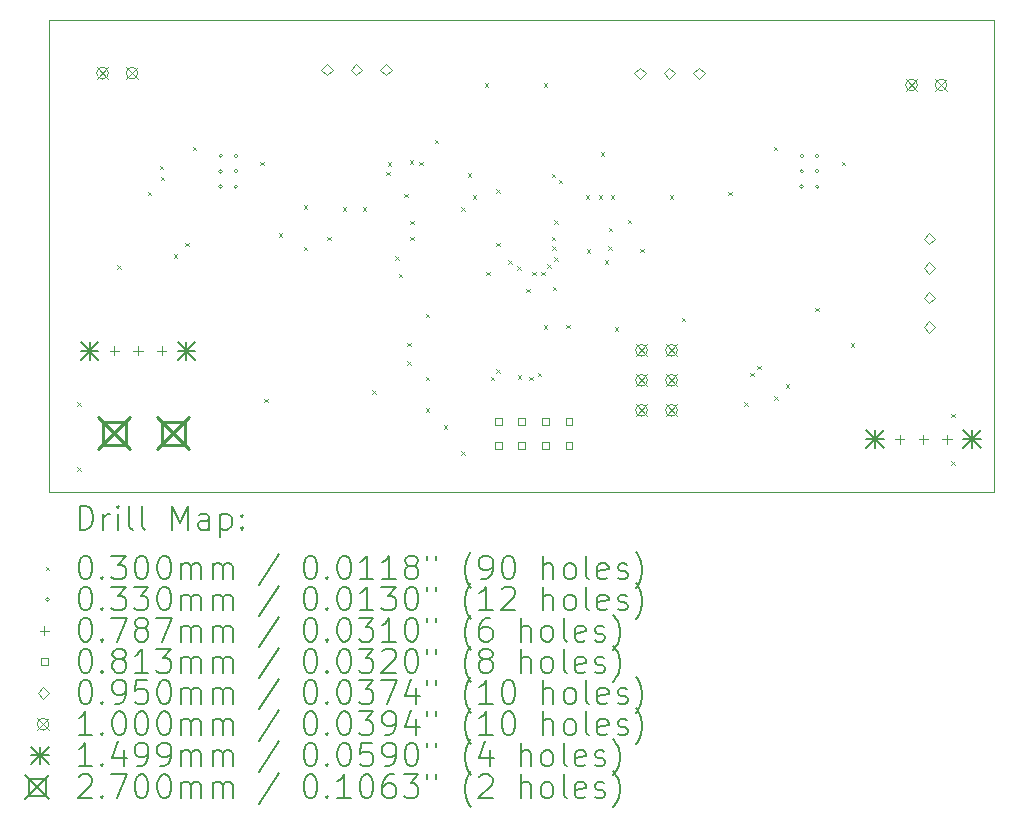
<source format=gbr>
%TF.GenerationSoftware,KiCad,Pcbnew,9.0.2+dfsg-1*%
%TF.CreationDate,2025-08-18T22:10:58-04:00*%
%TF.ProjectId,Complex_Controller_V1,436f6d70-6c65-4785-9f43-6f6e74726f6c,rev?*%
%TF.SameCoordinates,Original*%
%TF.FileFunction,Drillmap*%
%TF.FilePolarity,Positive*%
%FSLAX45Y45*%
G04 Gerber Fmt 4.5, Leading zero omitted, Abs format (unit mm)*
G04 Created by KiCad (PCBNEW 9.0.2+dfsg-1) date 2025-08-18 22:10:58*
%MOMM*%
%LPD*%
G01*
G04 APERTURE LIST*
%ADD10C,0.050000*%
%ADD11C,0.200000*%
%ADD12C,0.100000*%
%ADD13C,0.149860*%
%ADD14C,0.270000*%
G04 APERTURE END LIST*
D10*
X10832500Y-12400000D02*
X18832500Y-12400000D01*
X10832500Y-8400000D02*
X10832500Y-12400000D01*
X18832500Y-12400000D02*
X18832500Y-8400000D01*
X18832500Y-8400000D02*
X10832500Y-8400000D01*
D11*
D12*
X11067500Y-11635000D02*
X11097500Y-11665000D01*
X11097500Y-11635000D02*
X11067500Y-11665000D01*
X11067500Y-12185000D02*
X11097500Y-12215000D01*
X11097500Y-12185000D02*
X11067500Y-12215000D01*
X11407255Y-10475082D02*
X11437255Y-10505082D01*
X11437255Y-10475082D02*
X11407255Y-10505082D01*
X11666818Y-9855389D02*
X11696818Y-9885389D01*
X11696818Y-9855389D02*
X11666818Y-9885389D01*
X11767500Y-9635000D02*
X11797500Y-9665000D01*
X11797500Y-9635000D02*
X11767500Y-9665000D01*
X11774000Y-9728500D02*
X11804000Y-9758500D01*
X11804000Y-9728500D02*
X11774000Y-9758500D01*
X11885000Y-10385000D02*
X11915000Y-10415000D01*
X11915000Y-10385000D02*
X11885000Y-10415000D01*
X11985000Y-10285000D02*
X12015000Y-10315000D01*
X12015000Y-10285000D02*
X11985000Y-10315000D01*
X12045000Y-9474500D02*
X12075000Y-9504500D01*
X12075000Y-9474500D02*
X12045000Y-9504500D01*
X12620000Y-9601500D02*
X12650000Y-9631500D01*
X12650000Y-9601500D02*
X12620000Y-9631500D01*
X12652500Y-11605000D02*
X12682500Y-11635000D01*
X12682500Y-11605000D02*
X12652500Y-11635000D01*
X12774751Y-10204133D02*
X12804751Y-10234133D01*
X12804751Y-10204133D02*
X12774751Y-10234133D01*
X12985000Y-9969900D02*
X13015000Y-9999900D01*
X13015000Y-9969900D02*
X12985000Y-9999900D01*
X12985604Y-10321434D02*
X13015604Y-10351434D01*
X13015604Y-10321434D02*
X12985604Y-10351434D01*
X13185000Y-10235000D02*
X13215000Y-10265000D01*
X13215000Y-10235000D02*
X13185000Y-10265000D01*
X13317500Y-9985000D02*
X13347500Y-10015000D01*
X13347500Y-9985000D02*
X13317500Y-10015000D01*
X13485000Y-9985000D02*
X13515000Y-10015000D01*
X13515000Y-9985000D02*
X13485000Y-10015000D01*
X13567500Y-11535000D02*
X13597500Y-11565000D01*
X13597500Y-11535000D02*
X13567500Y-11565000D01*
X13685000Y-9685000D02*
X13715000Y-9715000D01*
X13715000Y-9685000D02*
X13685000Y-9715000D01*
X13696524Y-9605834D02*
X13726524Y-9635834D01*
X13726524Y-9605834D02*
X13696524Y-9635834D01*
X13762500Y-10400000D02*
X13792500Y-10430000D01*
X13792500Y-10400000D02*
X13762500Y-10430000D01*
X13791500Y-10550000D02*
X13821500Y-10580000D01*
X13821500Y-10550000D02*
X13791500Y-10580000D01*
X13835000Y-9870000D02*
X13865000Y-9900000D01*
X13865000Y-9870000D02*
X13835000Y-9900000D01*
X13861486Y-11130559D02*
X13891486Y-11160559D01*
X13891486Y-11130559D02*
X13861486Y-11160559D01*
X13862500Y-11288000D02*
X13892500Y-11318000D01*
X13892500Y-11288000D02*
X13862500Y-11318000D01*
X13885000Y-9585000D02*
X13915000Y-9615000D01*
X13915000Y-9585000D02*
X13885000Y-9615000D01*
X13887500Y-10235000D02*
X13917500Y-10265000D01*
X13917500Y-10235000D02*
X13887500Y-10265000D01*
X13887500Y-10100000D02*
X13917500Y-10130000D01*
X13917500Y-10100000D02*
X13887500Y-10130000D01*
X13965962Y-9600000D02*
X13995962Y-9630000D01*
X13995962Y-9600000D02*
X13965962Y-9630000D01*
X14017500Y-10885000D02*
X14047500Y-10915000D01*
X14047500Y-10885000D02*
X14017500Y-10915000D01*
X14017500Y-11420000D02*
X14047500Y-11450000D01*
X14047500Y-11420000D02*
X14017500Y-11450000D01*
X14017500Y-11685000D02*
X14047500Y-11715000D01*
X14047500Y-11685000D02*
X14017500Y-11715000D01*
X14094473Y-9412030D02*
X14124473Y-9442030D01*
X14124473Y-9412030D02*
X14094473Y-9442030D01*
X14169940Y-11830000D02*
X14199940Y-11860000D01*
X14199940Y-11830000D02*
X14169940Y-11860000D01*
X14317500Y-9985000D02*
X14347500Y-10015000D01*
X14347500Y-9985000D02*
X14317500Y-10015000D01*
X14317500Y-12050000D02*
X14347500Y-12080000D01*
X14347500Y-12050000D02*
X14317500Y-12080000D01*
X14373710Y-9698026D02*
X14403710Y-9728026D01*
X14403710Y-9698026D02*
X14373710Y-9728026D01*
X14417500Y-9885000D02*
X14447500Y-9915000D01*
X14447500Y-9885000D02*
X14417500Y-9915000D01*
X14517500Y-8935000D02*
X14547500Y-8965000D01*
X14547500Y-8935000D02*
X14517500Y-8965000D01*
X14517500Y-8935000D02*
X14547500Y-8965000D01*
X14547500Y-8935000D02*
X14517500Y-8965000D01*
X14530288Y-10530288D02*
X14560288Y-10560288D01*
X14560288Y-10530288D02*
X14530288Y-10560288D01*
X14567500Y-11420000D02*
X14597500Y-11450000D01*
X14597500Y-11420000D02*
X14567500Y-11450000D01*
X14617500Y-9835000D02*
X14647500Y-9865000D01*
X14647500Y-9835000D02*
X14617500Y-9865000D01*
X14617500Y-10285000D02*
X14647500Y-10315000D01*
X14647500Y-10285000D02*
X14617500Y-10315000D01*
X14617500Y-11354900D02*
X14647500Y-11384900D01*
X14647500Y-11354900D02*
X14617500Y-11384900D01*
X14717500Y-10435000D02*
X14747500Y-10465000D01*
X14747500Y-10435000D02*
X14717500Y-10465000D01*
X14791576Y-10483500D02*
X14821576Y-10513500D01*
X14821576Y-10483500D02*
X14791576Y-10513500D01*
X14796538Y-11405962D02*
X14826538Y-11435962D01*
X14826538Y-11405962D02*
X14796538Y-11435962D01*
X14868549Y-10675875D02*
X14898549Y-10705875D01*
X14898549Y-10675875D02*
X14868549Y-10705875D01*
X14895563Y-11420000D02*
X14925563Y-11450000D01*
X14925563Y-11420000D02*
X14895563Y-11450000D01*
X14918703Y-10529900D02*
X14948703Y-10559900D01*
X14948703Y-10529900D02*
X14918703Y-10559900D01*
X14967500Y-11385000D02*
X14997500Y-11415000D01*
X14997500Y-11385000D02*
X14967500Y-11415000D01*
X14998703Y-10529900D02*
X15028703Y-10559900D01*
X15028703Y-10529900D02*
X14998703Y-10559900D01*
X15017500Y-8935000D02*
X15047500Y-8965000D01*
X15047500Y-8935000D02*
X15017500Y-8965000D01*
X15017500Y-8935000D02*
X15047500Y-8965000D01*
X15047500Y-8935000D02*
X15017500Y-8965000D01*
X15017500Y-10985000D02*
X15047500Y-11015000D01*
X15047500Y-10985000D02*
X15017500Y-11015000D01*
X15048443Y-10467133D02*
X15078443Y-10497133D01*
X15078443Y-10467133D02*
X15048443Y-10497133D01*
X15084922Y-10233681D02*
X15114922Y-10263681D01*
X15114922Y-10233681D02*
X15084922Y-10263681D01*
X15085000Y-9700000D02*
X15115000Y-9730000D01*
X15115000Y-9700000D02*
X15085000Y-9730000D01*
X15089664Y-10313541D02*
X15119664Y-10343541D01*
X15119664Y-10313541D02*
X15089664Y-10343541D01*
X15092500Y-10660000D02*
X15122500Y-10690000D01*
X15122500Y-10660000D02*
X15092500Y-10690000D01*
X15104929Y-10097429D02*
X15134929Y-10127429D01*
X15134929Y-10097429D02*
X15104929Y-10127429D01*
X15107776Y-10408551D02*
X15137776Y-10438551D01*
X15137776Y-10408551D02*
X15107776Y-10438551D01*
X15145276Y-9752600D02*
X15175276Y-9782600D01*
X15175276Y-9752600D02*
X15145276Y-9782600D01*
X15207027Y-10981100D02*
X15237027Y-11011100D01*
X15237027Y-10981100D02*
X15207027Y-11011100D01*
X15372500Y-9882967D02*
X15402500Y-9912967D01*
X15402500Y-9882967D02*
X15372500Y-9912967D01*
X15381822Y-10341392D02*
X15411822Y-10371392D01*
X15411822Y-10341392D02*
X15381822Y-10371392D01*
X15485000Y-9885000D02*
X15515000Y-9915000D01*
X15515000Y-9885000D02*
X15485000Y-9915000D01*
X15500505Y-9518005D02*
X15530505Y-9548005D01*
X15530505Y-9518005D02*
X15500505Y-9548005D01*
X15535000Y-10435000D02*
X15565000Y-10465000D01*
X15565000Y-10435000D02*
X15535000Y-10465000D01*
X15564038Y-10314038D02*
X15594038Y-10344038D01*
X15594038Y-10314038D02*
X15564038Y-10344038D01*
X15568337Y-10160261D02*
X15598337Y-10190261D01*
X15598337Y-10160261D02*
X15568337Y-10190261D01*
X15585000Y-9885000D02*
X15615000Y-9915000D01*
X15615000Y-9885000D02*
X15585000Y-9915000D01*
X15618245Y-11001755D02*
X15648245Y-11031755D01*
X15648245Y-11001755D02*
X15618245Y-11031755D01*
X15727401Y-10091637D02*
X15757401Y-10121637D01*
X15757401Y-10091637D02*
X15727401Y-10121637D01*
X15835000Y-10335000D02*
X15865000Y-10365000D01*
X15865000Y-10335000D02*
X15835000Y-10365000D01*
X16085000Y-9885000D02*
X16115000Y-9915000D01*
X16115000Y-9885000D02*
X16085000Y-9915000D01*
X16185000Y-10922212D02*
X16215000Y-10952212D01*
X16215000Y-10922212D02*
X16185000Y-10952212D01*
X16581326Y-9855389D02*
X16611326Y-9885389D01*
X16611326Y-9855389D02*
X16581326Y-9885389D01*
X16717500Y-11635000D02*
X16747500Y-11665000D01*
X16747500Y-11635000D02*
X16717500Y-11665000D01*
X16767500Y-11385000D02*
X16797500Y-11415000D01*
X16797500Y-11385000D02*
X16767500Y-11415000D01*
X16824069Y-11328431D02*
X16854069Y-11358431D01*
X16854069Y-11328431D02*
X16824069Y-11358431D01*
X16965000Y-9474500D02*
X16995000Y-9504500D01*
X16995000Y-9474500D02*
X16965000Y-9504500D01*
X16967500Y-11585000D02*
X16997500Y-11615000D01*
X16997500Y-11585000D02*
X16967500Y-11615000D01*
X17067500Y-11485000D02*
X17097500Y-11515000D01*
X17097500Y-11485000D02*
X17067500Y-11515000D01*
X17317500Y-10835000D02*
X17347500Y-10865000D01*
X17347500Y-10835000D02*
X17317500Y-10865000D01*
X17540000Y-9601500D02*
X17570000Y-9631500D01*
X17570000Y-9601500D02*
X17540000Y-9631500D01*
X17617500Y-11135000D02*
X17647500Y-11165000D01*
X17647500Y-11135000D02*
X17617500Y-11165000D01*
X18467500Y-11735000D02*
X18497500Y-11765000D01*
X18497500Y-11735000D02*
X18467500Y-11765000D01*
X18467500Y-12135000D02*
X18497500Y-12165000D01*
X18497500Y-12135000D02*
X18467500Y-12165000D01*
X12299000Y-9550000D02*
G75*
G02*
X12266000Y-9550000I-16500J0D01*
G01*
X12266000Y-9550000D02*
G75*
G02*
X12299000Y-9550000I16500J0D01*
G01*
X12299000Y-9680000D02*
G75*
G02*
X12266000Y-9680000I-16500J0D01*
G01*
X12266000Y-9680000D02*
G75*
G02*
X12299000Y-9680000I16500J0D01*
G01*
X12299000Y-9810000D02*
G75*
G02*
X12266000Y-9810000I-16500J0D01*
G01*
X12266000Y-9810000D02*
G75*
G02*
X12299000Y-9810000I16500J0D01*
G01*
X12429000Y-9550000D02*
G75*
G02*
X12396000Y-9550000I-16500J0D01*
G01*
X12396000Y-9550000D02*
G75*
G02*
X12429000Y-9550000I16500J0D01*
G01*
X12429000Y-9680000D02*
G75*
G02*
X12396000Y-9680000I-16500J0D01*
G01*
X12396000Y-9680000D02*
G75*
G02*
X12429000Y-9680000I16500J0D01*
G01*
X12429000Y-9810000D02*
G75*
G02*
X12396000Y-9810000I-16500J0D01*
G01*
X12396000Y-9810000D02*
G75*
G02*
X12429000Y-9810000I16500J0D01*
G01*
X17219000Y-9550000D02*
G75*
G02*
X17186000Y-9550000I-16500J0D01*
G01*
X17186000Y-9550000D02*
G75*
G02*
X17219000Y-9550000I16500J0D01*
G01*
X17219000Y-9680000D02*
G75*
G02*
X17186000Y-9680000I-16500J0D01*
G01*
X17186000Y-9680000D02*
G75*
G02*
X17219000Y-9680000I16500J0D01*
G01*
X17219000Y-9810000D02*
G75*
G02*
X17186000Y-9810000I-16500J0D01*
G01*
X17186000Y-9810000D02*
G75*
G02*
X17219000Y-9810000I16500J0D01*
G01*
X17349000Y-9550000D02*
G75*
G02*
X17316000Y-9550000I-16500J0D01*
G01*
X17316000Y-9550000D02*
G75*
G02*
X17349000Y-9550000I16500J0D01*
G01*
X17349000Y-9680000D02*
G75*
G02*
X17316000Y-9680000I-16500J0D01*
G01*
X17316000Y-9680000D02*
G75*
G02*
X17349000Y-9680000I16500J0D01*
G01*
X17349000Y-9810000D02*
G75*
G02*
X17316000Y-9810000I-16500J0D01*
G01*
X17316000Y-9810000D02*
G75*
G02*
X17349000Y-9810000I16500J0D01*
G01*
X11382500Y-11160630D02*
X11382500Y-11239370D01*
X11343130Y-11200000D02*
X11421870Y-11200000D01*
X11582500Y-11160630D02*
X11582500Y-11239370D01*
X11543130Y-11200000D02*
X11621870Y-11200000D01*
X11782500Y-11160630D02*
X11782500Y-11239370D01*
X11743130Y-11200000D02*
X11821870Y-11200000D01*
X18032500Y-11910630D02*
X18032500Y-11989370D01*
X17993130Y-11950000D02*
X18071870Y-11950000D01*
X18232500Y-11910630D02*
X18232500Y-11989370D01*
X18193130Y-11950000D02*
X18271870Y-11950000D01*
X18432500Y-11910630D02*
X18432500Y-11989370D01*
X18393130Y-11950000D02*
X18471870Y-11950000D01*
X14661237Y-11828737D02*
X14661237Y-11771263D01*
X14603763Y-11771263D01*
X14603763Y-11828737D01*
X14661237Y-11828737D01*
X14661237Y-12028737D02*
X14661237Y-11971263D01*
X14603763Y-11971263D01*
X14603763Y-12028737D01*
X14661237Y-12028737D01*
X14861237Y-11828737D02*
X14861237Y-11771263D01*
X14803763Y-11771263D01*
X14803763Y-11828737D01*
X14861237Y-11828737D01*
X14861237Y-12028737D02*
X14861237Y-11971263D01*
X14803763Y-11971263D01*
X14803763Y-12028737D01*
X14861237Y-12028737D01*
X15061237Y-11828737D02*
X15061237Y-11771263D01*
X15003763Y-11771263D01*
X15003763Y-11828737D01*
X15061237Y-11828737D01*
X15061237Y-12028737D02*
X15061237Y-11971263D01*
X15003763Y-11971263D01*
X15003763Y-12028737D01*
X15061237Y-12028737D01*
X15261237Y-11828737D02*
X15261237Y-11771263D01*
X15203763Y-11771263D01*
X15203763Y-11828737D01*
X15261237Y-11828737D01*
X15261237Y-12028737D02*
X15261237Y-11971263D01*
X15203763Y-11971263D01*
X15203763Y-12028737D01*
X15261237Y-12028737D01*
X13182500Y-8867500D02*
X13230000Y-8820000D01*
X13182500Y-8772500D01*
X13135000Y-8820000D01*
X13182500Y-8867500D01*
X13432500Y-8867500D02*
X13480000Y-8820000D01*
X13432500Y-8772500D01*
X13385000Y-8820000D01*
X13432500Y-8867500D01*
X13682500Y-8867500D02*
X13730000Y-8820000D01*
X13682500Y-8772500D01*
X13635000Y-8820000D01*
X13682500Y-8867500D01*
X15832500Y-8897500D02*
X15880000Y-8850000D01*
X15832500Y-8802500D01*
X15785000Y-8850000D01*
X15832500Y-8897500D01*
X16082500Y-8897500D02*
X16130000Y-8850000D01*
X16082500Y-8802500D01*
X16035000Y-8850000D01*
X16082500Y-8897500D01*
X16332500Y-8897500D02*
X16380000Y-8850000D01*
X16332500Y-8802500D01*
X16285000Y-8850000D01*
X16332500Y-8897500D01*
X18282500Y-10297500D02*
X18330000Y-10250000D01*
X18282500Y-10202500D01*
X18235000Y-10250000D01*
X18282500Y-10297500D01*
X18282500Y-10547500D02*
X18330000Y-10500000D01*
X18282500Y-10452500D01*
X18235000Y-10500000D01*
X18282500Y-10547500D01*
X18282500Y-10797500D02*
X18330000Y-10750000D01*
X18282500Y-10702500D01*
X18235000Y-10750000D01*
X18282500Y-10797500D01*
X18282500Y-11047500D02*
X18330000Y-11000000D01*
X18282500Y-10952500D01*
X18235000Y-11000000D01*
X18282500Y-11047500D01*
X11232500Y-8800000D02*
X11332500Y-8900000D01*
X11332500Y-8800000D02*
X11232500Y-8900000D01*
X11332500Y-8850000D02*
G75*
G02*
X11232500Y-8850000I-50000J0D01*
G01*
X11232500Y-8850000D02*
G75*
G02*
X11332500Y-8850000I50000J0D01*
G01*
X11482500Y-8800000D02*
X11582500Y-8900000D01*
X11582500Y-8800000D02*
X11482500Y-8900000D01*
X11582500Y-8850000D02*
G75*
G02*
X11482500Y-8850000I-50000J0D01*
G01*
X11482500Y-8850000D02*
G75*
G02*
X11582500Y-8850000I50000J0D01*
G01*
X15796000Y-11146000D02*
X15896000Y-11246000D01*
X15896000Y-11146000D02*
X15796000Y-11246000D01*
X15896000Y-11196000D02*
G75*
G02*
X15796000Y-11196000I-50000J0D01*
G01*
X15796000Y-11196000D02*
G75*
G02*
X15896000Y-11196000I50000J0D01*
G01*
X15796000Y-11400000D02*
X15896000Y-11500000D01*
X15896000Y-11400000D02*
X15796000Y-11500000D01*
X15896000Y-11450000D02*
G75*
G02*
X15796000Y-11450000I-50000J0D01*
G01*
X15796000Y-11450000D02*
G75*
G02*
X15896000Y-11450000I50000J0D01*
G01*
X15796000Y-11654000D02*
X15896000Y-11754000D01*
X15896000Y-11654000D02*
X15796000Y-11754000D01*
X15896000Y-11704000D02*
G75*
G02*
X15796000Y-11704000I-50000J0D01*
G01*
X15796000Y-11704000D02*
G75*
G02*
X15896000Y-11704000I50000J0D01*
G01*
X16050000Y-11146000D02*
X16150000Y-11246000D01*
X16150000Y-11146000D02*
X16050000Y-11246000D01*
X16150000Y-11196000D02*
G75*
G02*
X16050000Y-11196000I-50000J0D01*
G01*
X16050000Y-11196000D02*
G75*
G02*
X16150000Y-11196000I50000J0D01*
G01*
X16050000Y-11400000D02*
X16150000Y-11500000D01*
X16150000Y-11400000D02*
X16050000Y-11500000D01*
X16150000Y-11450000D02*
G75*
G02*
X16050000Y-11450000I-50000J0D01*
G01*
X16050000Y-11450000D02*
G75*
G02*
X16150000Y-11450000I50000J0D01*
G01*
X16050000Y-11654000D02*
X16150000Y-11754000D01*
X16150000Y-11654000D02*
X16050000Y-11754000D01*
X16150000Y-11704000D02*
G75*
G02*
X16050000Y-11704000I-50000J0D01*
G01*
X16050000Y-11704000D02*
G75*
G02*
X16150000Y-11704000I50000J0D01*
G01*
X18082500Y-8900000D02*
X18182500Y-9000000D01*
X18182500Y-8900000D02*
X18082500Y-9000000D01*
X18182500Y-8950000D02*
G75*
G02*
X18082500Y-8950000I-50000J0D01*
G01*
X18082500Y-8950000D02*
G75*
G02*
X18182500Y-8950000I50000J0D01*
G01*
X18332500Y-8900000D02*
X18432500Y-9000000D01*
X18432500Y-8900000D02*
X18332500Y-9000000D01*
X18432500Y-8950000D02*
G75*
G02*
X18332500Y-8950000I-50000J0D01*
G01*
X18332500Y-8950000D02*
G75*
G02*
X18432500Y-8950000I50000J0D01*
G01*
D13*
X11097570Y-11125070D02*
X11247430Y-11274930D01*
X11247430Y-11125070D02*
X11097570Y-11274930D01*
X11172500Y-11125070D02*
X11172500Y-11274930D01*
X11097570Y-11200000D02*
X11247430Y-11200000D01*
X11917570Y-11125070D02*
X12067430Y-11274930D01*
X12067430Y-11125070D02*
X11917570Y-11274930D01*
X11992500Y-11125070D02*
X11992500Y-11274930D01*
X11917570Y-11200000D02*
X12067430Y-11200000D01*
X17747570Y-11875070D02*
X17897430Y-12024930D01*
X17897430Y-11875070D02*
X17747570Y-12024930D01*
X17822500Y-11875070D02*
X17822500Y-12024930D01*
X17747570Y-11950000D02*
X17897430Y-11950000D01*
X18567570Y-11875070D02*
X18717430Y-12024930D01*
X18717430Y-11875070D02*
X18567570Y-12024930D01*
X18642500Y-11875070D02*
X18642500Y-12024930D01*
X18567570Y-11950000D02*
X18717430Y-11950000D01*
D14*
X11247500Y-11765000D02*
X11517500Y-12035000D01*
X11517500Y-11765000D02*
X11247500Y-12035000D01*
X11477960Y-11995460D02*
X11477960Y-11804540D01*
X11287040Y-11804540D01*
X11287040Y-11995460D01*
X11477960Y-11995460D01*
X11747500Y-11765000D02*
X12017500Y-12035000D01*
X12017500Y-11765000D02*
X11747500Y-12035000D01*
X11977960Y-11995460D02*
X11977960Y-11804540D01*
X11787040Y-11804540D01*
X11787040Y-11995460D01*
X11977960Y-11995460D01*
D11*
X11090777Y-12713984D02*
X11090777Y-12513984D01*
X11090777Y-12513984D02*
X11138396Y-12513984D01*
X11138396Y-12513984D02*
X11166967Y-12523508D01*
X11166967Y-12523508D02*
X11186015Y-12542555D01*
X11186015Y-12542555D02*
X11195539Y-12561603D01*
X11195539Y-12561603D02*
X11205062Y-12599698D01*
X11205062Y-12599698D02*
X11205062Y-12628269D01*
X11205062Y-12628269D02*
X11195539Y-12666365D01*
X11195539Y-12666365D02*
X11186015Y-12685412D01*
X11186015Y-12685412D02*
X11166967Y-12704460D01*
X11166967Y-12704460D02*
X11138396Y-12713984D01*
X11138396Y-12713984D02*
X11090777Y-12713984D01*
X11290777Y-12713984D02*
X11290777Y-12580650D01*
X11290777Y-12618746D02*
X11300301Y-12599698D01*
X11300301Y-12599698D02*
X11309824Y-12590174D01*
X11309824Y-12590174D02*
X11328872Y-12580650D01*
X11328872Y-12580650D02*
X11347920Y-12580650D01*
X11414586Y-12713984D02*
X11414586Y-12580650D01*
X11414586Y-12513984D02*
X11405062Y-12523508D01*
X11405062Y-12523508D02*
X11414586Y-12533031D01*
X11414586Y-12533031D02*
X11424110Y-12523508D01*
X11424110Y-12523508D02*
X11414586Y-12513984D01*
X11414586Y-12513984D02*
X11414586Y-12533031D01*
X11538396Y-12713984D02*
X11519348Y-12704460D01*
X11519348Y-12704460D02*
X11509824Y-12685412D01*
X11509824Y-12685412D02*
X11509824Y-12513984D01*
X11643158Y-12713984D02*
X11624110Y-12704460D01*
X11624110Y-12704460D02*
X11614586Y-12685412D01*
X11614586Y-12685412D02*
X11614586Y-12513984D01*
X11871729Y-12713984D02*
X11871729Y-12513984D01*
X11871729Y-12513984D02*
X11938396Y-12656841D01*
X11938396Y-12656841D02*
X12005062Y-12513984D01*
X12005062Y-12513984D02*
X12005062Y-12713984D01*
X12186015Y-12713984D02*
X12186015Y-12609222D01*
X12186015Y-12609222D02*
X12176491Y-12590174D01*
X12176491Y-12590174D02*
X12157443Y-12580650D01*
X12157443Y-12580650D02*
X12119348Y-12580650D01*
X12119348Y-12580650D02*
X12100301Y-12590174D01*
X12186015Y-12704460D02*
X12166967Y-12713984D01*
X12166967Y-12713984D02*
X12119348Y-12713984D01*
X12119348Y-12713984D02*
X12100301Y-12704460D01*
X12100301Y-12704460D02*
X12090777Y-12685412D01*
X12090777Y-12685412D02*
X12090777Y-12666365D01*
X12090777Y-12666365D02*
X12100301Y-12647317D01*
X12100301Y-12647317D02*
X12119348Y-12637793D01*
X12119348Y-12637793D02*
X12166967Y-12637793D01*
X12166967Y-12637793D02*
X12186015Y-12628269D01*
X12281253Y-12580650D02*
X12281253Y-12780650D01*
X12281253Y-12590174D02*
X12300301Y-12580650D01*
X12300301Y-12580650D02*
X12338396Y-12580650D01*
X12338396Y-12580650D02*
X12357443Y-12590174D01*
X12357443Y-12590174D02*
X12366967Y-12599698D01*
X12366967Y-12599698D02*
X12376491Y-12618746D01*
X12376491Y-12618746D02*
X12376491Y-12675888D01*
X12376491Y-12675888D02*
X12366967Y-12694936D01*
X12366967Y-12694936D02*
X12357443Y-12704460D01*
X12357443Y-12704460D02*
X12338396Y-12713984D01*
X12338396Y-12713984D02*
X12300301Y-12713984D01*
X12300301Y-12713984D02*
X12281253Y-12704460D01*
X12462205Y-12694936D02*
X12471729Y-12704460D01*
X12471729Y-12704460D02*
X12462205Y-12713984D01*
X12462205Y-12713984D02*
X12452682Y-12704460D01*
X12452682Y-12704460D02*
X12462205Y-12694936D01*
X12462205Y-12694936D02*
X12462205Y-12713984D01*
X12462205Y-12590174D02*
X12471729Y-12599698D01*
X12471729Y-12599698D02*
X12462205Y-12609222D01*
X12462205Y-12609222D02*
X12452682Y-12599698D01*
X12452682Y-12599698D02*
X12462205Y-12590174D01*
X12462205Y-12590174D02*
X12462205Y-12609222D01*
D12*
X10800000Y-13027500D02*
X10830000Y-13057500D01*
X10830000Y-13027500D02*
X10800000Y-13057500D01*
D11*
X11128872Y-12933984D02*
X11147920Y-12933984D01*
X11147920Y-12933984D02*
X11166967Y-12943508D01*
X11166967Y-12943508D02*
X11176491Y-12953031D01*
X11176491Y-12953031D02*
X11186015Y-12972079D01*
X11186015Y-12972079D02*
X11195539Y-13010174D01*
X11195539Y-13010174D02*
X11195539Y-13057793D01*
X11195539Y-13057793D02*
X11186015Y-13095888D01*
X11186015Y-13095888D02*
X11176491Y-13114936D01*
X11176491Y-13114936D02*
X11166967Y-13124460D01*
X11166967Y-13124460D02*
X11147920Y-13133984D01*
X11147920Y-13133984D02*
X11128872Y-13133984D01*
X11128872Y-13133984D02*
X11109824Y-13124460D01*
X11109824Y-13124460D02*
X11100301Y-13114936D01*
X11100301Y-13114936D02*
X11090777Y-13095888D01*
X11090777Y-13095888D02*
X11081253Y-13057793D01*
X11081253Y-13057793D02*
X11081253Y-13010174D01*
X11081253Y-13010174D02*
X11090777Y-12972079D01*
X11090777Y-12972079D02*
X11100301Y-12953031D01*
X11100301Y-12953031D02*
X11109824Y-12943508D01*
X11109824Y-12943508D02*
X11128872Y-12933984D01*
X11281253Y-13114936D02*
X11290777Y-13124460D01*
X11290777Y-13124460D02*
X11281253Y-13133984D01*
X11281253Y-13133984D02*
X11271729Y-13124460D01*
X11271729Y-13124460D02*
X11281253Y-13114936D01*
X11281253Y-13114936D02*
X11281253Y-13133984D01*
X11357443Y-12933984D02*
X11481253Y-12933984D01*
X11481253Y-12933984D02*
X11414586Y-13010174D01*
X11414586Y-13010174D02*
X11443158Y-13010174D01*
X11443158Y-13010174D02*
X11462205Y-13019698D01*
X11462205Y-13019698D02*
X11471729Y-13029222D01*
X11471729Y-13029222D02*
X11481253Y-13048269D01*
X11481253Y-13048269D02*
X11481253Y-13095888D01*
X11481253Y-13095888D02*
X11471729Y-13114936D01*
X11471729Y-13114936D02*
X11462205Y-13124460D01*
X11462205Y-13124460D02*
X11443158Y-13133984D01*
X11443158Y-13133984D02*
X11386015Y-13133984D01*
X11386015Y-13133984D02*
X11366967Y-13124460D01*
X11366967Y-13124460D02*
X11357443Y-13114936D01*
X11605062Y-12933984D02*
X11624110Y-12933984D01*
X11624110Y-12933984D02*
X11643158Y-12943508D01*
X11643158Y-12943508D02*
X11652682Y-12953031D01*
X11652682Y-12953031D02*
X11662205Y-12972079D01*
X11662205Y-12972079D02*
X11671729Y-13010174D01*
X11671729Y-13010174D02*
X11671729Y-13057793D01*
X11671729Y-13057793D02*
X11662205Y-13095888D01*
X11662205Y-13095888D02*
X11652682Y-13114936D01*
X11652682Y-13114936D02*
X11643158Y-13124460D01*
X11643158Y-13124460D02*
X11624110Y-13133984D01*
X11624110Y-13133984D02*
X11605062Y-13133984D01*
X11605062Y-13133984D02*
X11586015Y-13124460D01*
X11586015Y-13124460D02*
X11576491Y-13114936D01*
X11576491Y-13114936D02*
X11566967Y-13095888D01*
X11566967Y-13095888D02*
X11557443Y-13057793D01*
X11557443Y-13057793D02*
X11557443Y-13010174D01*
X11557443Y-13010174D02*
X11566967Y-12972079D01*
X11566967Y-12972079D02*
X11576491Y-12953031D01*
X11576491Y-12953031D02*
X11586015Y-12943508D01*
X11586015Y-12943508D02*
X11605062Y-12933984D01*
X11795539Y-12933984D02*
X11814586Y-12933984D01*
X11814586Y-12933984D02*
X11833634Y-12943508D01*
X11833634Y-12943508D02*
X11843158Y-12953031D01*
X11843158Y-12953031D02*
X11852682Y-12972079D01*
X11852682Y-12972079D02*
X11862205Y-13010174D01*
X11862205Y-13010174D02*
X11862205Y-13057793D01*
X11862205Y-13057793D02*
X11852682Y-13095888D01*
X11852682Y-13095888D02*
X11843158Y-13114936D01*
X11843158Y-13114936D02*
X11833634Y-13124460D01*
X11833634Y-13124460D02*
X11814586Y-13133984D01*
X11814586Y-13133984D02*
X11795539Y-13133984D01*
X11795539Y-13133984D02*
X11776491Y-13124460D01*
X11776491Y-13124460D02*
X11766967Y-13114936D01*
X11766967Y-13114936D02*
X11757443Y-13095888D01*
X11757443Y-13095888D02*
X11747920Y-13057793D01*
X11747920Y-13057793D02*
X11747920Y-13010174D01*
X11747920Y-13010174D02*
X11757443Y-12972079D01*
X11757443Y-12972079D02*
X11766967Y-12953031D01*
X11766967Y-12953031D02*
X11776491Y-12943508D01*
X11776491Y-12943508D02*
X11795539Y-12933984D01*
X11947920Y-13133984D02*
X11947920Y-13000650D01*
X11947920Y-13019698D02*
X11957443Y-13010174D01*
X11957443Y-13010174D02*
X11976491Y-13000650D01*
X11976491Y-13000650D02*
X12005063Y-13000650D01*
X12005063Y-13000650D02*
X12024110Y-13010174D01*
X12024110Y-13010174D02*
X12033634Y-13029222D01*
X12033634Y-13029222D02*
X12033634Y-13133984D01*
X12033634Y-13029222D02*
X12043158Y-13010174D01*
X12043158Y-13010174D02*
X12062205Y-13000650D01*
X12062205Y-13000650D02*
X12090777Y-13000650D01*
X12090777Y-13000650D02*
X12109824Y-13010174D01*
X12109824Y-13010174D02*
X12119348Y-13029222D01*
X12119348Y-13029222D02*
X12119348Y-13133984D01*
X12214586Y-13133984D02*
X12214586Y-13000650D01*
X12214586Y-13019698D02*
X12224110Y-13010174D01*
X12224110Y-13010174D02*
X12243158Y-13000650D01*
X12243158Y-13000650D02*
X12271729Y-13000650D01*
X12271729Y-13000650D02*
X12290777Y-13010174D01*
X12290777Y-13010174D02*
X12300301Y-13029222D01*
X12300301Y-13029222D02*
X12300301Y-13133984D01*
X12300301Y-13029222D02*
X12309824Y-13010174D01*
X12309824Y-13010174D02*
X12328872Y-13000650D01*
X12328872Y-13000650D02*
X12357443Y-13000650D01*
X12357443Y-13000650D02*
X12376491Y-13010174D01*
X12376491Y-13010174D02*
X12386015Y-13029222D01*
X12386015Y-13029222D02*
X12386015Y-13133984D01*
X12776491Y-12924460D02*
X12605063Y-13181603D01*
X13033634Y-12933984D02*
X13052682Y-12933984D01*
X13052682Y-12933984D02*
X13071729Y-12943508D01*
X13071729Y-12943508D02*
X13081253Y-12953031D01*
X13081253Y-12953031D02*
X13090777Y-12972079D01*
X13090777Y-12972079D02*
X13100301Y-13010174D01*
X13100301Y-13010174D02*
X13100301Y-13057793D01*
X13100301Y-13057793D02*
X13090777Y-13095888D01*
X13090777Y-13095888D02*
X13081253Y-13114936D01*
X13081253Y-13114936D02*
X13071729Y-13124460D01*
X13071729Y-13124460D02*
X13052682Y-13133984D01*
X13052682Y-13133984D02*
X13033634Y-13133984D01*
X13033634Y-13133984D02*
X13014586Y-13124460D01*
X13014586Y-13124460D02*
X13005063Y-13114936D01*
X13005063Y-13114936D02*
X12995539Y-13095888D01*
X12995539Y-13095888D02*
X12986015Y-13057793D01*
X12986015Y-13057793D02*
X12986015Y-13010174D01*
X12986015Y-13010174D02*
X12995539Y-12972079D01*
X12995539Y-12972079D02*
X13005063Y-12953031D01*
X13005063Y-12953031D02*
X13014586Y-12943508D01*
X13014586Y-12943508D02*
X13033634Y-12933984D01*
X13186015Y-13114936D02*
X13195539Y-13124460D01*
X13195539Y-13124460D02*
X13186015Y-13133984D01*
X13186015Y-13133984D02*
X13176491Y-13124460D01*
X13176491Y-13124460D02*
X13186015Y-13114936D01*
X13186015Y-13114936D02*
X13186015Y-13133984D01*
X13319348Y-12933984D02*
X13338396Y-12933984D01*
X13338396Y-12933984D02*
X13357444Y-12943508D01*
X13357444Y-12943508D02*
X13366967Y-12953031D01*
X13366967Y-12953031D02*
X13376491Y-12972079D01*
X13376491Y-12972079D02*
X13386015Y-13010174D01*
X13386015Y-13010174D02*
X13386015Y-13057793D01*
X13386015Y-13057793D02*
X13376491Y-13095888D01*
X13376491Y-13095888D02*
X13366967Y-13114936D01*
X13366967Y-13114936D02*
X13357444Y-13124460D01*
X13357444Y-13124460D02*
X13338396Y-13133984D01*
X13338396Y-13133984D02*
X13319348Y-13133984D01*
X13319348Y-13133984D02*
X13300301Y-13124460D01*
X13300301Y-13124460D02*
X13290777Y-13114936D01*
X13290777Y-13114936D02*
X13281253Y-13095888D01*
X13281253Y-13095888D02*
X13271729Y-13057793D01*
X13271729Y-13057793D02*
X13271729Y-13010174D01*
X13271729Y-13010174D02*
X13281253Y-12972079D01*
X13281253Y-12972079D02*
X13290777Y-12953031D01*
X13290777Y-12953031D02*
X13300301Y-12943508D01*
X13300301Y-12943508D02*
X13319348Y-12933984D01*
X13576491Y-13133984D02*
X13462206Y-13133984D01*
X13519348Y-13133984D02*
X13519348Y-12933984D01*
X13519348Y-12933984D02*
X13500301Y-12962555D01*
X13500301Y-12962555D02*
X13481253Y-12981603D01*
X13481253Y-12981603D02*
X13462206Y-12991127D01*
X13766967Y-13133984D02*
X13652682Y-13133984D01*
X13709825Y-13133984D02*
X13709825Y-12933984D01*
X13709825Y-12933984D02*
X13690777Y-12962555D01*
X13690777Y-12962555D02*
X13671729Y-12981603D01*
X13671729Y-12981603D02*
X13652682Y-12991127D01*
X13881253Y-13019698D02*
X13862206Y-13010174D01*
X13862206Y-13010174D02*
X13852682Y-13000650D01*
X13852682Y-13000650D02*
X13843158Y-12981603D01*
X13843158Y-12981603D02*
X13843158Y-12972079D01*
X13843158Y-12972079D02*
X13852682Y-12953031D01*
X13852682Y-12953031D02*
X13862206Y-12943508D01*
X13862206Y-12943508D02*
X13881253Y-12933984D01*
X13881253Y-12933984D02*
X13919348Y-12933984D01*
X13919348Y-12933984D02*
X13938396Y-12943508D01*
X13938396Y-12943508D02*
X13947920Y-12953031D01*
X13947920Y-12953031D02*
X13957444Y-12972079D01*
X13957444Y-12972079D02*
X13957444Y-12981603D01*
X13957444Y-12981603D02*
X13947920Y-13000650D01*
X13947920Y-13000650D02*
X13938396Y-13010174D01*
X13938396Y-13010174D02*
X13919348Y-13019698D01*
X13919348Y-13019698D02*
X13881253Y-13019698D01*
X13881253Y-13019698D02*
X13862206Y-13029222D01*
X13862206Y-13029222D02*
X13852682Y-13038746D01*
X13852682Y-13038746D02*
X13843158Y-13057793D01*
X13843158Y-13057793D02*
X13843158Y-13095888D01*
X13843158Y-13095888D02*
X13852682Y-13114936D01*
X13852682Y-13114936D02*
X13862206Y-13124460D01*
X13862206Y-13124460D02*
X13881253Y-13133984D01*
X13881253Y-13133984D02*
X13919348Y-13133984D01*
X13919348Y-13133984D02*
X13938396Y-13124460D01*
X13938396Y-13124460D02*
X13947920Y-13114936D01*
X13947920Y-13114936D02*
X13957444Y-13095888D01*
X13957444Y-13095888D02*
X13957444Y-13057793D01*
X13957444Y-13057793D02*
X13947920Y-13038746D01*
X13947920Y-13038746D02*
X13938396Y-13029222D01*
X13938396Y-13029222D02*
X13919348Y-13019698D01*
X14033634Y-12933984D02*
X14033634Y-12972079D01*
X14109825Y-12933984D02*
X14109825Y-12972079D01*
X14405063Y-13210174D02*
X14395539Y-13200650D01*
X14395539Y-13200650D02*
X14376491Y-13172079D01*
X14376491Y-13172079D02*
X14366968Y-13153031D01*
X14366968Y-13153031D02*
X14357444Y-13124460D01*
X14357444Y-13124460D02*
X14347920Y-13076841D01*
X14347920Y-13076841D02*
X14347920Y-13038746D01*
X14347920Y-13038746D02*
X14357444Y-12991127D01*
X14357444Y-12991127D02*
X14366968Y-12962555D01*
X14366968Y-12962555D02*
X14376491Y-12943508D01*
X14376491Y-12943508D02*
X14395539Y-12914936D01*
X14395539Y-12914936D02*
X14405063Y-12905412D01*
X14490777Y-13133984D02*
X14528872Y-13133984D01*
X14528872Y-13133984D02*
X14547920Y-13124460D01*
X14547920Y-13124460D02*
X14557444Y-13114936D01*
X14557444Y-13114936D02*
X14576491Y-13086365D01*
X14576491Y-13086365D02*
X14586015Y-13048269D01*
X14586015Y-13048269D02*
X14586015Y-12972079D01*
X14586015Y-12972079D02*
X14576491Y-12953031D01*
X14576491Y-12953031D02*
X14566968Y-12943508D01*
X14566968Y-12943508D02*
X14547920Y-12933984D01*
X14547920Y-12933984D02*
X14509825Y-12933984D01*
X14509825Y-12933984D02*
X14490777Y-12943508D01*
X14490777Y-12943508D02*
X14481253Y-12953031D01*
X14481253Y-12953031D02*
X14471729Y-12972079D01*
X14471729Y-12972079D02*
X14471729Y-13019698D01*
X14471729Y-13019698D02*
X14481253Y-13038746D01*
X14481253Y-13038746D02*
X14490777Y-13048269D01*
X14490777Y-13048269D02*
X14509825Y-13057793D01*
X14509825Y-13057793D02*
X14547920Y-13057793D01*
X14547920Y-13057793D02*
X14566968Y-13048269D01*
X14566968Y-13048269D02*
X14576491Y-13038746D01*
X14576491Y-13038746D02*
X14586015Y-13019698D01*
X14709825Y-12933984D02*
X14728872Y-12933984D01*
X14728872Y-12933984D02*
X14747920Y-12943508D01*
X14747920Y-12943508D02*
X14757444Y-12953031D01*
X14757444Y-12953031D02*
X14766968Y-12972079D01*
X14766968Y-12972079D02*
X14776491Y-13010174D01*
X14776491Y-13010174D02*
X14776491Y-13057793D01*
X14776491Y-13057793D02*
X14766968Y-13095888D01*
X14766968Y-13095888D02*
X14757444Y-13114936D01*
X14757444Y-13114936D02*
X14747920Y-13124460D01*
X14747920Y-13124460D02*
X14728872Y-13133984D01*
X14728872Y-13133984D02*
X14709825Y-13133984D01*
X14709825Y-13133984D02*
X14690777Y-13124460D01*
X14690777Y-13124460D02*
X14681253Y-13114936D01*
X14681253Y-13114936D02*
X14671729Y-13095888D01*
X14671729Y-13095888D02*
X14662206Y-13057793D01*
X14662206Y-13057793D02*
X14662206Y-13010174D01*
X14662206Y-13010174D02*
X14671729Y-12972079D01*
X14671729Y-12972079D02*
X14681253Y-12953031D01*
X14681253Y-12953031D02*
X14690777Y-12943508D01*
X14690777Y-12943508D02*
X14709825Y-12933984D01*
X15014587Y-13133984D02*
X15014587Y-12933984D01*
X15100301Y-13133984D02*
X15100301Y-13029222D01*
X15100301Y-13029222D02*
X15090777Y-13010174D01*
X15090777Y-13010174D02*
X15071730Y-13000650D01*
X15071730Y-13000650D02*
X15043158Y-13000650D01*
X15043158Y-13000650D02*
X15024110Y-13010174D01*
X15024110Y-13010174D02*
X15014587Y-13019698D01*
X15224110Y-13133984D02*
X15205063Y-13124460D01*
X15205063Y-13124460D02*
X15195539Y-13114936D01*
X15195539Y-13114936D02*
X15186015Y-13095888D01*
X15186015Y-13095888D02*
X15186015Y-13038746D01*
X15186015Y-13038746D02*
X15195539Y-13019698D01*
X15195539Y-13019698D02*
X15205063Y-13010174D01*
X15205063Y-13010174D02*
X15224110Y-13000650D01*
X15224110Y-13000650D02*
X15252682Y-13000650D01*
X15252682Y-13000650D02*
X15271730Y-13010174D01*
X15271730Y-13010174D02*
X15281253Y-13019698D01*
X15281253Y-13019698D02*
X15290777Y-13038746D01*
X15290777Y-13038746D02*
X15290777Y-13095888D01*
X15290777Y-13095888D02*
X15281253Y-13114936D01*
X15281253Y-13114936D02*
X15271730Y-13124460D01*
X15271730Y-13124460D02*
X15252682Y-13133984D01*
X15252682Y-13133984D02*
X15224110Y-13133984D01*
X15405063Y-13133984D02*
X15386015Y-13124460D01*
X15386015Y-13124460D02*
X15376491Y-13105412D01*
X15376491Y-13105412D02*
X15376491Y-12933984D01*
X15557444Y-13124460D02*
X15538396Y-13133984D01*
X15538396Y-13133984D02*
X15500301Y-13133984D01*
X15500301Y-13133984D02*
X15481253Y-13124460D01*
X15481253Y-13124460D02*
X15471730Y-13105412D01*
X15471730Y-13105412D02*
X15471730Y-13029222D01*
X15471730Y-13029222D02*
X15481253Y-13010174D01*
X15481253Y-13010174D02*
X15500301Y-13000650D01*
X15500301Y-13000650D02*
X15538396Y-13000650D01*
X15538396Y-13000650D02*
X15557444Y-13010174D01*
X15557444Y-13010174D02*
X15566968Y-13029222D01*
X15566968Y-13029222D02*
X15566968Y-13048269D01*
X15566968Y-13048269D02*
X15471730Y-13067317D01*
X15643158Y-13124460D02*
X15662206Y-13133984D01*
X15662206Y-13133984D02*
X15700301Y-13133984D01*
X15700301Y-13133984D02*
X15719349Y-13124460D01*
X15719349Y-13124460D02*
X15728872Y-13105412D01*
X15728872Y-13105412D02*
X15728872Y-13095888D01*
X15728872Y-13095888D02*
X15719349Y-13076841D01*
X15719349Y-13076841D02*
X15700301Y-13067317D01*
X15700301Y-13067317D02*
X15671730Y-13067317D01*
X15671730Y-13067317D02*
X15652682Y-13057793D01*
X15652682Y-13057793D02*
X15643158Y-13038746D01*
X15643158Y-13038746D02*
X15643158Y-13029222D01*
X15643158Y-13029222D02*
X15652682Y-13010174D01*
X15652682Y-13010174D02*
X15671730Y-13000650D01*
X15671730Y-13000650D02*
X15700301Y-13000650D01*
X15700301Y-13000650D02*
X15719349Y-13010174D01*
X15795539Y-13210174D02*
X15805063Y-13200650D01*
X15805063Y-13200650D02*
X15824111Y-13172079D01*
X15824111Y-13172079D02*
X15833634Y-13153031D01*
X15833634Y-13153031D02*
X15843158Y-13124460D01*
X15843158Y-13124460D02*
X15852682Y-13076841D01*
X15852682Y-13076841D02*
X15852682Y-13038746D01*
X15852682Y-13038746D02*
X15843158Y-12991127D01*
X15843158Y-12991127D02*
X15833634Y-12962555D01*
X15833634Y-12962555D02*
X15824111Y-12943508D01*
X15824111Y-12943508D02*
X15805063Y-12914936D01*
X15805063Y-12914936D02*
X15795539Y-12905412D01*
D12*
X10830000Y-13306500D02*
G75*
G02*
X10797000Y-13306500I-16500J0D01*
G01*
X10797000Y-13306500D02*
G75*
G02*
X10830000Y-13306500I16500J0D01*
G01*
D11*
X11128872Y-13197984D02*
X11147920Y-13197984D01*
X11147920Y-13197984D02*
X11166967Y-13207508D01*
X11166967Y-13207508D02*
X11176491Y-13217031D01*
X11176491Y-13217031D02*
X11186015Y-13236079D01*
X11186015Y-13236079D02*
X11195539Y-13274174D01*
X11195539Y-13274174D02*
X11195539Y-13321793D01*
X11195539Y-13321793D02*
X11186015Y-13359888D01*
X11186015Y-13359888D02*
X11176491Y-13378936D01*
X11176491Y-13378936D02*
X11166967Y-13388460D01*
X11166967Y-13388460D02*
X11147920Y-13397984D01*
X11147920Y-13397984D02*
X11128872Y-13397984D01*
X11128872Y-13397984D02*
X11109824Y-13388460D01*
X11109824Y-13388460D02*
X11100301Y-13378936D01*
X11100301Y-13378936D02*
X11090777Y-13359888D01*
X11090777Y-13359888D02*
X11081253Y-13321793D01*
X11081253Y-13321793D02*
X11081253Y-13274174D01*
X11081253Y-13274174D02*
X11090777Y-13236079D01*
X11090777Y-13236079D02*
X11100301Y-13217031D01*
X11100301Y-13217031D02*
X11109824Y-13207508D01*
X11109824Y-13207508D02*
X11128872Y-13197984D01*
X11281253Y-13378936D02*
X11290777Y-13388460D01*
X11290777Y-13388460D02*
X11281253Y-13397984D01*
X11281253Y-13397984D02*
X11271729Y-13388460D01*
X11271729Y-13388460D02*
X11281253Y-13378936D01*
X11281253Y-13378936D02*
X11281253Y-13397984D01*
X11357443Y-13197984D02*
X11481253Y-13197984D01*
X11481253Y-13197984D02*
X11414586Y-13274174D01*
X11414586Y-13274174D02*
X11443158Y-13274174D01*
X11443158Y-13274174D02*
X11462205Y-13283698D01*
X11462205Y-13283698D02*
X11471729Y-13293222D01*
X11471729Y-13293222D02*
X11481253Y-13312269D01*
X11481253Y-13312269D02*
X11481253Y-13359888D01*
X11481253Y-13359888D02*
X11471729Y-13378936D01*
X11471729Y-13378936D02*
X11462205Y-13388460D01*
X11462205Y-13388460D02*
X11443158Y-13397984D01*
X11443158Y-13397984D02*
X11386015Y-13397984D01*
X11386015Y-13397984D02*
X11366967Y-13388460D01*
X11366967Y-13388460D02*
X11357443Y-13378936D01*
X11547920Y-13197984D02*
X11671729Y-13197984D01*
X11671729Y-13197984D02*
X11605062Y-13274174D01*
X11605062Y-13274174D02*
X11633634Y-13274174D01*
X11633634Y-13274174D02*
X11652682Y-13283698D01*
X11652682Y-13283698D02*
X11662205Y-13293222D01*
X11662205Y-13293222D02*
X11671729Y-13312269D01*
X11671729Y-13312269D02*
X11671729Y-13359888D01*
X11671729Y-13359888D02*
X11662205Y-13378936D01*
X11662205Y-13378936D02*
X11652682Y-13388460D01*
X11652682Y-13388460D02*
X11633634Y-13397984D01*
X11633634Y-13397984D02*
X11576491Y-13397984D01*
X11576491Y-13397984D02*
X11557443Y-13388460D01*
X11557443Y-13388460D02*
X11547920Y-13378936D01*
X11795539Y-13197984D02*
X11814586Y-13197984D01*
X11814586Y-13197984D02*
X11833634Y-13207508D01*
X11833634Y-13207508D02*
X11843158Y-13217031D01*
X11843158Y-13217031D02*
X11852682Y-13236079D01*
X11852682Y-13236079D02*
X11862205Y-13274174D01*
X11862205Y-13274174D02*
X11862205Y-13321793D01*
X11862205Y-13321793D02*
X11852682Y-13359888D01*
X11852682Y-13359888D02*
X11843158Y-13378936D01*
X11843158Y-13378936D02*
X11833634Y-13388460D01*
X11833634Y-13388460D02*
X11814586Y-13397984D01*
X11814586Y-13397984D02*
X11795539Y-13397984D01*
X11795539Y-13397984D02*
X11776491Y-13388460D01*
X11776491Y-13388460D02*
X11766967Y-13378936D01*
X11766967Y-13378936D02*
X11757443Y-13359888D01*
X11757443Y-13359888D02*
X11747920Y-13321793D01*
X11747920Y-13321793D02*
X11747920Y-13274174D01*
X11747920Y-13274174D02*
X11757443Y-13236079D01*
X11757443Y-13236079D02*
X11766967Y-13217031D01*
X11766967Y-13217031D02*
X11776491Y-13207508D01*
X11776491Y-13207508D02*
X11795539Y-13197984D01*
X11947920Y-13397984D02*
X11947920Y-13264650D01*
X11947920Y-13283698D02*
X11957443Y-13274174D01*
X11957443Y-13274174D02*
X11976491Y-13264650D01*
X11976491Y-13264650D02*
X12005063Y-13264650D01*
X12005063Y-13264650D02*
X12024110Y-13274174D01*
X12024110Y-13274174D02*
X12033634Y-13293222D01*
X12033634Y-13293222D02*
X12033634Y-13397984D01*
X12033634Y-13293222D02*
X12043158Y-13274174D01*
X12043158Y-13274174D02*
X12062205Y-13264650D01*
X12062205Y-13264650D02*
X12090777Y-13264650D01*
X12090777Y-13264650D02*
X12109824Y-13274174D01*
X12109824Y-13274174D02*
X12119348Y-13293222D01*
X12119348Y-13293222D02*
X12119348Y-13397984D01*
X12214586Y-13397984D02*
X12214586Y-13264650D01*
X12214586Y-13283698D02*
X12224110Y-13274174D01*
X12224110Y-13274174D02*
X12243158Y-13264650D01*
X12243158Y-13264650D02*
X12271729Y-13264650D01*
X12271729Y-13264650D02*
X12290777Y-13274174D01*
X12290777Y-13274174D02*
X12300301Y-13293222D01*
X12300301Y-13293222D02*
X12300301Y-13397984D01*
X12300301Y-13293222D02*
X12309824Y-13274174D01*
X12309824Y-13274174D02*
X12328872Y-13264650D01*
X12328872Y-13264650D02*
X12357443Y-13264650D01*
X12357443Y-13264650D02*
X12376491Y-13274174D01*
X12376491Y-13274174D02*
X12386015Y-13293222D01*
X12386015Y-13293222D02*
X12386015Y-13397984D01*
X12776491Y-13188460D02*
X12605063Y-13445603D01*
X13033634Y-13197984D02*
X13052682Y-13197984D01*
X13052682Y-13197984D02*
X13071729Y-13207508D01*
X13071729Y-13207508D02*
X13081253Y-13217031D01*
X13081253Y-13217031D02*
X13090777Y-13236079D01*
X13090777Y-13236079D02*
X13100301Y-13274174D01*
X13100301Y-13274174D02*
X13100301Y-13321793D01*
X13100301Y-13321793D02*
X13090777Y-13359888D01*
X13090777Y-13359888D02*
X13081253Y-13378936D01*
X13081253Y-13378936D02*
X13071729Y-13388460D01*
X13071729Y-13388460D02*
X13052682Y-13397984D01*
X13052682Y-13397984D02*
X13033634Y-13397984D01*
X13033634Y-13397984D02*
X13014586Y-13388460D01*
X13014586Y-13388460D02*
X13005063Y-13378936D01*
X13005063Y-13378936D02*
X12995539Y-13359888D01*
X12995539Y-13359888D02*
X12986015Y-13321793D01*
X12986015Y-13321793D02*
X12986015Y-13274174D01*
X12986015Y-13274174D02*
X12995539Y-13236079D01*
X12995539Y-13236079D02*
X13005063Y-13217031D01*
X13005063Y-13217031D02*
X13014586Y-13207508D01*
X13014586Y-13207508D02*
X13033634Y-13197984D01*
X13186015Y-13378936D02*
X13195539Y-13388460D01*
X13195539Y-13388460D02*
X13186015Y-13397984D01*
X13186015Y-13397984D02*
X13176491Y-13388460D01*
X13176491Y-13388460D02*
X13186015Y-13378936D01*
X13186015Y-13378936D02*
X13186015Y-13397984D01*
X13319348Y-13197984D02*
X13338396Y-13197984D01*
X13338396Y-13197984D02*
X13357444Y-13207508D01*
X13357444Y-13207508D02*
X13366967Y-13217031D01*
X13366967Y-13217031D02*
X13376491Y-13236079D01*
X13376491Y-13236079D02*
X13386015Y-13274174D01*
X13386015Y-13274174D02*
X13386015Y-13321793D01*
X13386015Y-13321793D02*
X13376491Y-13359888D01*
X13376491Y-13359888D02*
X13366967Y-13378936D01*
X13366967Y-13378936D02*
X13357444Y-13388460D01*
X13357444Y-13388460D02*
X13338396Y-13397984D01*
X13338396Y-13397984D02*
X13319348Y-13397984D01*
X13319348Y-13397984D02*
X13300301Y-13388460D01*
X13300301Y-13388460D02*
X13290777Y-13378936D01*
X13290777Y-13378936D02*
X13281253Y-13359888D01*
X13281253Y-13359888D02*
X13271729Y-13321793D01*
X13271729Y-13321793D02*
X13271729Y-13274174D01*
X13271729Y-13274174D02*
X13281253Y-13236079D01*
X13281253Y-13236079D02*
X13290777Y-13217031D01*
X13290777Y-13217031D02*
X13300301Y-13207508D01*
X13300301Y-13207508D02*
X13319348Y-13197984D01*
X13576491Y-13397984D02*
X13462206Y-13397984D01*
X13519348Y-13397984D02*
X13519348Y-13197984D01*
X13519348Y-13197984D02*
X13500301Y-13226555D01*
X13500301Y-13226555D02*
X13481253Y-13245603D01*
X13481253Y-13245603D02*
X13462206Y-13255127D01*
X13643158Y-13197984D02*
X13766967Y-13197984D01*
X13766967Y-13197984D02*
X13700301Y-13274174D01*
X13700301Y-13274174D02*
X13728872Y-13274174D01*
X13728872Y-13274174D02*
X13747920Y-13283698D01*
X13747920Y-13283698D02*
X13757444Y-13293222D01*
X13757444Y-13293222D02*
X13766967Y-13312269D01*
X13766967Y-13312269D02*
X13766967Y-13359888D01*
X13766967Y-13359888D02*
X13757444Y-13378936D01*
X13757444Y-13378936D02*
X13747920Y-13388460D01*
X13747920Y-13388460D02*
X13728872Y-13397984D01*
X13728872Y-13397984D02*
X13671729Y-13397984D01*
X13671729Y-13397984D02*
X13652682Y-13388460D01*
X13652682Y-13388460D02*
X13643158Y-13378936D01*
X13890777Y-13197984D02*
X13909825Y-13197984D01*
X13909825Y-13197984D02*
X13928872Y-13207508D01*
X13928872Y-13207508D02*
X13938396Y-13217031D01*
X13938396Y-13217031D02*
X13947920Y-13236079D01*
X13947920Y-13236079D02*
X13957444Y-13274174D01*
X13957444Y-13274174D02*
X13957444Y-13321793D01*
X13957444Y-13321793D02*
X13947920Y-13359888D01*
X13947920Y-13359888D02*
X13938396Y-13378936D01*
X13938396Y-13378936D02*
X13928872Y-13388460D01*
X13928872Y-13388460D02*
X13909825Y-13397984D01*
X13909825Y-13397984D02*
X13890777Y-13397984D01*
X13890777Y-13397984D02*
X13871729Y-13388460D01*
X13871729Y-13388460D02*
X13862206Y-13378936D01*
X13862206Y-13378936D02*
X13852682Y-13359888D01*
X13852682Y-13359888D02*
X13843158Y-13321793D01*
X13843158Y-13321793D02*
X13843158Y-13274174D01*
X13843158Y-13274174D02*
X13852682Y-13236079D01*
X13852682Y-13236079D02*
X13862206Y-13217031D01*
X13862206Y-13217031D02*
X13871729Y-13207508D01*
X13871729Y-13207508D02*
X13890777Y-13197984D01*
X14033634Y-13197984D02*
X14033634Y-13236079D01*
X14109825Y-13197984D02*
X14109825Y-13236079D01*
X14405063Y-13474174D02*
X14395539Y-13464650D01*
X14395539Y-13464650D02*
X14376491Y-13436079D01*
X14376491Y-13436079D02*
X14366968Y-13417031D01*
X14366968Y-13417031D02*
X14357444Y-13388460D01*
X14357444Y-13388460D02*
X14347920Y-13340841D01*
X14347920Y-13340841D02*
X14347920Y-13302746D01*
X14347920Y-13302746D02*
X14357444Y-13255127D01*
X14357444Y-13255127D02*
X14366968Y-13226555D01*
X14366968Y-13226555D02*
X14376491Y-13207508D01*
X14376491Y-13207508D02*
X14395539Y-13178936D01*
X14395539Y-13178936D02*
X14405063Y-13169412D01*
X14586015Y-13397984D02*
X14471729Y-13397984D01*
X14528872Y-13397984D02*
X14528872Y-13197984D01*
X14528872Y-13197984D02*
X14509825Y-13226555D01*
X14509825Y-13226555D02*
X14490777Y-13245603D01*
X14490777Y-13245603D02*
X14471729Y-13255127D01*
X14662206Y-13217031D02*
X14671729Y-13207508D01*
X14671729Y-13207508D02*
X14690777Y-13197984D01*
X14690777Y-13197984D02*
X14738396Y-13197984D01*
X14738396Y-13197984D02*
X14757444Y-13207508D01*
X14757444Y-13207508D02*
X14766968Y-13217031D01*
X14766968Y-13217031D02*
X14776491Y-13236079D01*
X14776491Y-13236079D02*
X14776491Y-13255127D01*
X14776491Y-13255127D02*
X14766968Y-13283698D01*
X14766968Y-13283698D02*
X14652682Y-13397984D01*
X14652682Y-13397984D02*
X14776491Y-13397984D01*
X15014587Y-13397984D02*
X15014587Y-13197984D01*
X15100301Y-13397984D02*
X15100301Y-13293222D01*
X15100301Y-13293222D02*
X15090777Y-13274174D01*
X15090777Y-13274174D02*
X15071730Y-13264650D01*
X15071730Y-13264650D02*
X15043158Y-13264650D01*
X15043158Y-13264650D02*
X15024110Y-13274174D01*
X15024110Y-13274174D02*
X15014587Y-13283698D01*
X15224110Y-13397984D02*
X15205063Y-13388460D01*
X15205063Y-13388460D02*
X15195539Y-13378936D01*
X15195539Y-13378936D02*
X15186015Y-13359888D01*
X15186015Y-13359888D02*
X15186015Y-13302746D01*
X15186015Y-13302746D02*
X15195539Y-13283698D01*
X15195539Y-13283698D02*
X15205063Y-13274174D01*
X15205063Y-13274174D02*
X15224110Y-13264650D01*
X15224110Y-13264650D02*
X15252682Y-13264650D01*
X15252682Y-13264650D02*
X15271730Y-13274174D01*
X15271730Y-13274174D02*
X15281253Y-13283698D01*
X15281253Y-13283698D02*
X15290777Y-13302746D01*
X15290777Y-13302746D02*
X15290777Y-13359888D01*
X15290777Y-13359888D02*
X15281253Y-13378936D01*
X15281253Y-13378936D02*
X15271730Y-13388460D01*
X15271730Y-13388460D02*
X15252682Y-13397984D01*
X15252682Y-13397984D02*
X15224110Y-13397984D01*
X15405063Y-13397984D02*
X15386015Y-13388460D01*
X15386015Y-13388460D02*
X15376491Y-13369412D01*
X15376491Y-13369412D02*
X15376491Y-13197984D01*
X15557444Y-13388460D02*
X15538396Y-13397984D01*
X15538396Y-13397984D02*
X15500301Y-13397984D01*
X15500301Y-13397984D02*
X15481253Y-13388460D01*
X15481253Y-13388460D02*
X15471730Y-13369412D01*
X15471730Y-13369412D02*
X15471730Y-13293222D01*
X15471730Y-13293222D02*
X15481253Y-13274174D01*
X15481253Y-13274174D02*
X15500301Y-13264650D01*
X15500301Y-13264650D02*
X15538396Y-13264650D01*
X15538396Y-13264650D02*
X15557444Y-13274174D01*
X15557444Y-13274174D02*
X15566968Y-13293222D01*
X15566968Y-13293222D02*
X15566968Y-13312269D01*
X15566968Y-13312269D02*
X15471730Y-13331317D01*
X15643158Y-13388460D02*
X15662206Y-13397984D01*
X15662206Y-13397984D02*
X15700301Y-13397984D01*
X15700301Y-13397984D02*
X15719349Y-13388460D01*
X15719349Y-13388460D02*
X15728872Y-13369412D01*
X15728872Y-13369412D02*
X15728872Y-13359888D01*
X15728872Y-13359888D02*
X15719349Y-13340841D01*
X15719349Y-13340841D02*
X15700301Y-13331317D01*
X15700301Y-13331317D02*
X15671730Y-13331317D01*
X15671730Y-13331317D02*
X15652682Y-13321793D01*
X15652682Y-13321793D02*
X15643158Y-13302746D01*
X15643158Y-13302746D02*
X15643158Y-13293222D01*
X15643158Y-13293222D02*
X15652682Y-13274174D01*
X15652682Y-13274174D02*
X15671730Y-13264650D01*
X15671730Y-13264650D02*
X15700301Y-13264650D01*
X15700301Y-13264650D02*
X15719349Y-13274174D01*
X15795539Y-13474174D02*
X15805063Y-13464650D01*
X15805063Y-13464650D02*
X15824111Y-13436079D01*
X15824111Y-13436079D02*
X15833634Y-13417031D01*
X15833634Y-13417031D02*
X15843158Y-13388460D01*
X15843158Y-13388460D02*
X15852682Y-13340841D01*
X15852682Y-13340841D02*
X15852682Y-13302746D01*
X15852682Y-13302746D02*
X15843158Y-13255127D01*
X15843158Y-13255127D02*
X15833634Y-13226555D01*
X15833634Y-13226555D02*
X15824111Y-13207508D01*
X15824111Y-13207508D02*
X15805063Y-13178936D01*
X15805063Y-13178936D02*
X15795539Y-13169412D01*
D12*
X10790630Y-13531130D02*
X10790630Y-13609870D01*
X10751260Y-13570500D02*
X10830000Y-13570500D01*
D11*
X11128872Y-13461984D02*
X11147920Y-13461984D01*
X11147920Y-13461984D02*
X11166967Y-13471508D01*
X11166967Y-13471508D02*
X11176491Y-13481031D01*
X11176491Y-13481031D02*
X11186015Y-13500079D01*
X11186015Y-13500079D02*
X11195539Y-13538174D01*
X11195539Y-13538174D02*
X11195539Y-13585793D01*
X11195539Y-13585793D02*
X11186015Y-13623888D01*
X11186015Y-13623888D02*
X11176491Y-13642936D01*
X11176491Y-13642936D02*
X11166967Y-13652460D01*
X11166967Y-13652460D02*
X11147920Y-13661984D01*
X11147920Y-13661984D02*
X11128872Y-13661984D01*
X11128872Y-13661984D02*
X11109824Y-13652460D01*
X11109824Y-13652460D02*
X11100301Y-13642936D01*
X11100301Y-13642936D02*
X11090777Y-13623888D01*
X11090777Y-13623888D02*
X11081253Y-13585793D01*
X11081253Y-13585793D02*
X11081253Y-13538174D01*
X11081253Y-13538174D02*
X11090777Y-13500079D01*
X11090777Y-13500079D02*
X11100301Y-13481031D01*
X11100301Y-13481031D02*
X11109824Y-13471508D01*
X11109824Y-13471508D02*
X11128872Y-13461984D01*
X11281253Y-13642936D02*
X11290777Y-13652460D01*
X11290777Y-13652460D02*
X11281253Y-13661984D01*
X11281253Y-13661984D02*
X11271729Y-13652460D01*
X11271729Y-13652460D02*
X11281253Y-13642936D01*
X11281253Y-13642936D02*
X11281253Y-13661984D01*
X11357443Y-13461984D02*
X11490777Y-13461984D01*
X11490777Y-13461984D02*
X11405062Y-13661984D01*
X11595539Y-13547698D02*
X11576491Y-13538174D01*
X11576491Y-13538174D02*
X11566967Y-13528650D01*
X11566967Y-13528650D02*
X11557443Y-13509603D01*
X11557443Y-13509603D02*
X11557443Y-13500079D01*
X11557443Y-13500079D02*
X11566967Y-13481031D01*
X11566967Y-13481031D02*
X11576491Y-13471508D01*
X11576491Y-13471508D02*
X11595539Y-13461984D01*
X11595539Y-13461984D02*
X11633634Y-13461984D01*
X11633634Y-13461984D02*
X11652682Y-13471508D01*
X11652682Y-13471508D02*
X11662205Y-13481031D01*
X11662205Y-13481031D02*
X11671729Y-13500079D01*
X11671729Y-13500079D02*
X11671729Y-13509603D01*
X11671729Y-13509603D02*
X11662205Y-13528650D01*
X11662205Y-13528650D02*
X11652682Y-13538174D01*
X11652682Y-13538174D02*
X11633634Y-13547698D01*
X11633634Y-13547698D02*
X11595539Y-13547698D01*
X11595539Y-13547698D02*
X11576491Y-13557222D01*
X11576491Y-13557222D02*
X11566967Y-13566746D01*
X11566967Y-13566746D02*
X11557443Y-13585793D01*
X11557443Y-13585793D02*
X11557443Y-13623888D01*
X11557443Y-13623888D02*
X11566967Y-13642936D01*
X11566967Y-13642936D02*
X11576491Y-13652460D01*
X11576491Y-13652460D02*
X11595539Y-13661984D01*
X11595539Y-13661984D02*
X11633634Y-13661984D01*
X11633634Y-13661984D02*
X11652682Y-13652460D01*
X11652682Y-13652460D02*
X11662205Y-13642936D01*
X11662205Y-13642936D02*
X11671729Y-13623888D01*
X11671729Y-13623888D02*
X11671729Y-13585793D01*
X11671729Y-13585793D02*
X11662205Y-13566746D01*
X11662205Y-13566746D02*
X11652682Y-13557222D01*
X11652682Y-13557222D02*
X11633634Y-13547698D01*
X11738396Y-13461984D02*
X11871729Y-13461984D01*
X11871729Y-13461984D02*
X11786015Y-13661984D01*
X11947920Y-13661984D02*
X11947920Y-13528650D01*
X11947920Y-13547698D02*
X11957443Y-13538174D01*
X11957443Y-13538174D02*
X11976491Y-13528650D01*
X11976491Y-13528650D02*
X12005063Y-13528650D01*
X12005063Y-13528650D02*
X12024110Y-13538174D01*
X12024110Y-13538174D02*
X12033634Y-13557222D01*
X12033634Y-13557222D02*
X12033634Y-13661984D01*
X12033634Y-13557222D02*
X12043158Y-13538174D01*
X12043158Y-13538174D02*
X12062205Y-13528650D01*
X12062205Y-13528650D02*
X12090777Y-13528650D01*
X12090777Y-13528650D02*
X12109824Y-13538174D01*
X12109824Y-13538174D02*
X12119348Y-13557222D01*
X12119348Y-13557222D02*
X12119348Y-13661984D01*
X12214586Y-13661984D02*
X12214586Y-13528650D01*
X12214586Y-13547698D02*
X12224110Y-13538174D01*
X12224110Y-13538174D02*
X12243158Y-13528650D01*
X12243158Y-13528650D02*
X12271729Y-13528650D01*
X12271729Y-13528650D02*
X12290777Y-13538174D01*
X12290777Y-13538174D02*
X12300301Y-13557222D01*
X12300301Y-13557222D02*
X12300301Y-13661984D01*
X12300301Y-13557222D02*
X12309824Y-13538174D01*
X12309824Y-13538174D02*
X12328872Y-13528650D01*
X12328872Y-13528650D02*
X12357443Y-13528650D01*
X12357443Y-13528650D02*
X12376491Y-13538174D01*
X12376491Y-13538174D02*
X12386015Y-13557222D01*
X12386015Y-13557222D02*
X12386015Y-13661984D01*
X12776491Y-13452460D02*
X12605063Y-13709603D01*
X13033634Y-13461984D02*
X13052682Y-13461984D01*
X13052682Y-13461984D02*
X13071729Y-13471508D01*
X13071729Y-13471508D02*
X13081253Y-13481031D01*
X13081253Y-13481031D02*
X13090777Y-13500079D01*
X13090777Y-13500079D02*
X13100301Y-13538174D01*
X13100301Y-13538174D02*
X13100301Y-13585793D01*
X13100301Y-13585793D02*
X13090777Y-13623888D01*
X13090777Y-13623888D02*
X13081253Y-13642936D01*
X13081253Y-13642936D02*
X13071729Y-13652460D01*
X13071729Y-13652460D02*
X13052682Y-13661984D01*
X13052682Y-13661984D02*
X13033634Y-13661984D01*
X13033634Y-13661984D02*
X13014586Y-13652460D01*
X13014586Y-13652460D02*
X13005063Y-13642936D01*
X13005063Y-13642936D02*
X12995539Y-13623888D01*
X12995539Y-13623888D02*
X12986015Y-13585793D01*
X12986015Y-13585793D02*
X12986015Y-13538174D01*
X12986015Y-13538174D02*
X12995539Y-13500079D01*
X12995539Y-13500079D02*
X13005063Y-13481031D01*
X13005063Y-13481031D02*
X13014586Y-13471508D01*
X13014586Y-13471508D02*
X13033634Y-13461984D01*
X13186015Y-13642936D02*
X13195539Y-13652460D01*
X13195539Y-13652460D02*
X13186015Y-13661984D01*
X13186015Y-13661984D02*
X13176491Y-13652460D01*
X13176491Y-13652460D02*
X13186015Y-13642936D01*
X13186015Y-13642936D02*
X13186015Y-13661984D01*
X13319348Y-13461984D02*
X13338396Y-13461984D01*
X13338396Y-13461984D02*
X13357444Y-13471508D01*
X13357444Y-13471508D02*
X13366967Y-13481031D01*
X13366967Y-13481031D02*
X13376491Y-13500079D01*
X13376491Y-13500079D02*
X13386015Y-13538174D01*
X13386015Y-13538174D02*
X13386015Y-13585793D01*
X13386015Y-13585793D02*
X13376491Y-13623888D01*
X13376491Y-13623888D02*
X13366967Y-13642936D01*
X13366967Y-13642936D02*
X13357444Y-13652460D01*
X13357444Y-13652460D02*
X13338396Y-13661984D01*
X13338396Y-13661984D02*
X13319348Y-13661984D01*
X13319348Y-13661984D02*
X13300301Y-13652460D01*
X13300301Y-13652460D02*
X13290777Y-13642936D01*
X13290777Y-13642936D02*
X13281253Y-13623888D01*
X13281253Y-13623888D02*
X13271729Y-13585793D01*
X13271729Y-13585793D02*
X13271729Y-13538174D01*
X13271729Y-13538174D02*
X13281253Y-13500079D01*
X13281253Y-13500079D02*
X13290777Y-13481031D01*
X13290777Y-13481031D02*
X13300301Y-13471508D01*
X13300301Y-13471508D02*
X13319348Y-13461984D01*
X13452682Y-13461984D02*
X13576491Y-13461984D01*
X13576491Y-13461984D02*
X13509825Y-13538174D01*
X13509825Y-13538174D02*
X13538396Y-13538174D01*
X13538396Y-13538174D02*
X13557444Y-13547698D01*
X13557444Y-13547698D02*
X13566967Y-13557222D01*
X13566967Y-13557222D02*
X13576491Y-13576269D01*
X13576491Y-13576269D02*
X13576491Y-13623888D01*
X13576491Y-13623888D02*
X13566967Y-13642936D01*
X13566967Y-13642936D02*
X13557444Y-13652460D01*
X13557444Y-13652460D02*
X13538396Y-13661984D01*
X13538396Y-13661984D02*
X13481253Y-13661984D01*
X13481253Y-13661984D02*
X13462206Y-13652460D01*
X13462206Y-13652460D02*
X13452682Y-13642936D01*
X13766967Y-13661984D02*
X13652682Y-13661984D01*
X13709825Y-13661984D02*
X13709825Y-13461984D01*
X13709825Y-13461984D02*
X13690777Y-13490555D01*
X13690777Y-13490555D02*
X13671729Y-13509603D01*
X13671729Y-13509603D02*
X13652682Y-13519127D01*
X13890777Y-13461984D02*
X13909825Y-13461984D01*
X13909825Y-13461984D02*
X13928872Y-13471508D01*
X13928872Y-13471508D02*
X13938396Y-13481031D01*
X13938396Y-13481031D02*
X13947920Y-13500079D01*
X13947920Y-13500079D02*
X13957444Y-13538174D01*
X13957444Y-13538174D02*
X13957444Y-13585793D01*
X13957444Y-13585793D02*
X13947920Y-13623888D01*
X13947920Y-13623888D02*
X13938396Y-13642936D01*
X13938396Y-13642936D02*
X13928872Y-13652460D01*
X13928872Y-13652460D02*
X13909825Y-13661984D01*
X13909825Y-13661984D02*
X13890777Y-13661984D01*
X13890777Y-13661984D02*
X13871729Y-13652460D01*
X13871729Y-13652460D02*
X13862206Y-13642936D01*
X13862206Y-13642936D02*
X13852682Y-13623888D01*
X13852682Y-13623888D02*
X13843158Y-13585793D01*
X13843158Y-13585793D02*
X13843158Y-13538174D01*
X13843158Y-13538174D02*
X13852682Y-13500079D01*
X13852682Y-13500079D02*
X13862206Y-13481031D01*
X13862206Y-13481031D02*
X13871729Y-13471508D01*
X13871729Y-13471508D02*
X13890777Y-13461984D01*
X14033634Y-13461984D02*
X14033634Y-13500079D01*
X14109825Y-13461984D02*
X14109825Y-13500079D01*
X14405063Y-13738174D02*
X14395539Y-13728650D01*
X14395539Y-13728650D02*
X14376491Y-13700079D01*
X14376491Y-13700079D02*
X14366968Y-13681031D01*
X14366968Y-13681031D02*
X14357444Y-13652460D01*
X14357444Y-13652460D02*
X14347920Y-13604841D01*
X14347920Y-13604841D02*
X14347920Y-13566746D01*
X14347920Y-13566746D02*
X14357444Y-13519127D01*
X14357444Y-13519127D02*
X14366968Y-13490555D01*
X14366968Y-13490555D02*
X14376491Y-13471508D01*
X14376491Y-13471508D02*
X14395539Y-13442936D01*
X14395539Y-13442936D02*
X14405063Y-13433412D01*
X14566968Y-13461984D02*
X14528872Y-13461984D01*
X14528872Y-13461984D02*
X14509825Y-13471508D01*
X14509825Y-13471508D02*
X14500301Y-13481031D01*
X14500301Y-13481031D02*
X14481253Y-13509603D01*
X14481253Y-13509603D02*
X14471729Y-13547698D01*
X14471729Y-13547698D02*
X14471729Y-13623888D01*
X14471729Y-13623888D02*
X14481253Y-13642936D01*
X14481253Y-13642936D02*
X14490777Y-13652460D01*
X14490777Y-13652460D02*
X14509825Y-13661984D01*
X14509825Y-13661984D02*
X14547920Y-13661984D01*
X14547920Y-13661984D02*
X14566968Y-13652460D01*
X14566968Y-13652460D02*
X14576491Y-13642936D01*
X14576491Y-13642936D02*
X14586015Y-13623888D01*
X14586015Y-13623888D02*
X14586015Y-13576269D01*
X14586015Y-13576269D02*
X14576491Y-13557222D01*
X14576491Y-13557222D02*
X14566968Y-13547698D01*
X14566968Y-13547698D02*
X14547920Y-13538174D01*
X14547920Y-13538174D02*
X14509825Y-13538174D01*
X14509825Y-13538174D02*
X14490777Y-13547698D01*
X14490777Y-13547698D02*
X14481253Y-13557222D01*
X14481253Y-13557222D02*
X14471729Y-13576269D01*
X14824110Y-13661984D02*
X14824110Y-13461984D01*
X14909825Y-13661984D02*
X14909825Y-13557222D01*
X14909825Y-13557222D02*
X14900301Y-13538174D01*
X14900301Y-13538174D02*
X14881253Y-13528650D01*
X14881253Y-13528650D02*
X14852682Y-13528650D01*
X14852682Y-13528650D02*
X14833634Y-13538174D01*
X14833634Y-13538174D02*
X14824110Y-13547698D01*
X15033634Y-13661984D02*
X15014587Y-13652460D01*
X15014587Y-13652460D02*
X15005063Y-13642936D01*
X15005063Y-13642936D02*
X14995539Y-13623888D01*
X14995539Y-13623888D02*
X14995539Y-13566746D01*
X14995539Y-13566746D02*
X15005063Y-13547698D01*
X15005063Y-13547698D02*
X15014587Y-13538174D01*
X15014587Y-13538174D02*
X15033634Y-13528650D01*
X15033634Y-13528650D02*
X15062206Y-13528650D01*
X15062206Y-13528650D02*
X15081253Y-13538174D01*
X15081253Y-13538174D02*
X15090777Y-13547698D01*
X15090777Y-13547698D02*
X15100301Y-13566746D01*
X15100301Y-13566746D02*
X15100301Y-13623888D01*
X15100301Y-13623888D02*
X15090777Y-13642936D01*
X15090777Y-13642936D02*
X15081253Y-13652460D01*
X15081253Y-13652460D02*
X15062206Y-13661984D01*
X15062206Y-13661984D02*
X15033634Y-13661984D01*
X15214587Y-13661984D02*
X15195539Y-13652460D01*
X15195539Y-13652460D02*
X15186015Y-13633412D01*
X15186015Y-13633412D02*
X15186015Y-13461984D01*
X15366968Y-13652460D02*
X15347920Y-13661984D01*
X15347920Y-13661984D02*
X15309825Y-13661984D01*
X15309825Y-13661984D02*
X15290777Y-13652460D01*
X15290777Y-13652460D02*
X15281253Y-13633412D01*
X15281253Y-13633412D02*
X15281253Y-13557222D01*
X15281253Y-13557222D02*
X15290777Y-13538174D01*
X15290777Y-13538174D02*
X15309825Y-13528650D01*
X15309825Y-13528650D02*
X15347920Y-13528650D01*
X15347920Y-13528650D02*
X15366968Y-13538174D01*
X15366968Y-13538174D02*
X15376491Y-13557222D01*
X15376491Y-13557222D02*
X15376491Y-13576269D01*
X15376491Y-13576269D02*
X15281253Y-13595317D01*
X15452682Y-13652460D02*
X15471730Y-13661984D01*
X15471730Y-13661984D02*
X15509825Y-13661984D01*
X15509825Y-13661984D02*
X15528872Y-13652460D01*
X15528872Y-13652460D02*
X15538396Y-13633412D01*
X15538396Y-13633412D02*
X15538396Y-13623888D01*
X15538396Y-13623888D02*
X15528872Y-13604841D01*
X15528872Y-13604841D02*
X15509825Y-13595317D01*
X15509825Y-13595317D02*
X15481253Y-13595317D01*
X15481253Y-13595317D02*
X15462206Y-13585793D01*
X15462206Y-13585793D02*
X15452682Y-13566746D01*
X15452682Y-13566746D02*
X15452682Y-13557222D01*
X15452682Y-13557222D02*
X15462206Y-13538174D01*
X15462206Y-13538174D02*
X15481253Y-13528650D01*
X15481253Y-13528650D02*
X15509825Y-13528650D01*
X15509825Y-13528650D02*
X15528872Y-13538174D01*
X15605063Y-13738174D02*
X15614587Y-13728650D01*
X15614587Y-13728650D02*
X15633634Y-13700079D01*
X15633634Y-13700079D02*
X15643158Y-13681031D01*
X15643158Y-13681031D02*
X15652682Y-13652460D01*
X15652682Y-13652460D02*
X15662206Y-13604841D01*
X15662206Y-13604841D02*
X15662206Y-13566746D01*
X15662206Y-13566746D02*
X15652682Y-13519127D01*
X15652682Y-13519127D02*
X15643158Y-13490555D01*
X15643158Y-13490555D02*
X15633634Y-13471508D01*
X15633634Y-13471508D02*
X15614587Y-13442936D01*
X15614587Y-13442936D02*
X15605063Y-13433412D01*
D12*
X10818097Y-13863237D02*
X10818097Y-13805763D01*
X10760623Y-13805763D01*
X10760623Y-13863237D01*
X10818097Y-13863237D01*
D11*
X11128872Y-13725984D02*
X11147920Y-13725984D01*
X11147920Y-13725984D02*
X11166967Y-13735508D01*
X11166967Y-13735508D02*
X11176491Y-13745031D01*
X11176491Y-13745031D02*
X11186015Y-13764079D01*
X11186015Y-13764079D02*
X11195539Y-13802174D01*
X11195539Y-13802174D02*
X11195539Y-13849793D01*
X11195539Y-13849793D02*
X11186015Y-13887888D01*
X11186015Y-13887888D02*
X11176491Y-13906936D01*
X11176491Y-13906936D02*
X11166967Y-13916460D01*
X11166967Y-13916460D02*
X11147920Y-13925984D01*
X11147920Y-13925984D02*
X11128872Y-13925984D01*
X11128872Y-13925984D02*
X11109824Y-13916460D01*
X11109824Y-13916460D02*
X11100301Y-13906936D01*
X11100301Y-13906936D02*
X11090777Y-13887888D01*
X11090777Y-13887888D02*
X11081253Y-13849793D01*
X11081253Y-13849793D02*
X11081253Y-13802174D01*
X11081253Y-13802174D02*
X11090777Y-13764079D01*
X11090777Y-13764079D02*
X11100301Y-13745031D01*
X11100301Y-13745031D02*
X11109824Y-13735508D01*
X11109824Y-13735508D02*
X11128872Y-13725984D01*
X11281253Y-13906936D02*
X11290777Y-13916460D01*
X11290777Y-13916460D02*
X11281253Y-13925984D01*
X11281253Y-13925984D02*
X11271729Y-13916460D01*
X11271729Y-13916460D02*
X11281253Y-13906936D01*
X11281253Y-13906936D02*
X11281253Y-13925984D01*
X11405062Y-13811698D02*
X11386015Y-13802174D01*
X11386015Y-13802174D02*
X11376491Y-13792650D01*
X11376491Y-13792650D02*
X11366967Y-13773603D01*
X11366967Y-13773603D02*
X11366967Y-13764079D01*
X11366967Y-13764079D02*
X11376491Y-13745031D01*
X11376491Y-13745031D02*
X11386015Y-13735508D01*
X11386015Y-13735508D02*
X11405062Y-13725984D01*
X11405062Y-13725984D02*
X11443158Y-13725984D01*
X11443158Y-13725984D02*
X11462205Y-13735508D01*
X11462205Y-13735508D02*
X11471729Y-13745031D01*
X11471729Y-13745031D02*
X11481253Y-13764079D01*
X11481253Y-13764079D02*
X11481253Y-13773603D01*
X11481253Y-13773603D02*
X11471729Y-13792650D01*
X11471729Y-13792650D02*
X11462205Y-13802174D01*
X11462205Y-13802174D02*
X11443158Y-13811698D01*
X11443158Y-13811698D02*
X11405062Y-13811698D01*
X11405062Y-13811698D02*
X11386015Y-13821222D01*
X11386015Y-13821222D02*
X11376491Y-13830746D01*
X11376491Y-13830746D02*
X11366967Y-13849793D01*
X11366967Y-13849793D02*
X11366967Y-13887888D01*
X11366967Y-13887888D02*
X11376491Y-13906936D01*
X11376491Y-13906936D02*
X11386015Y-13916460D01*
X11386015Y-13916460D02*
X11405062Y-13925984D01*
X11405062Y-13925984D02*
X11443158Y-13925984D01*
X11443158Y-13925984D02*
X11462205Y-13916460D01*
X11462205Y-13916460D02*
X11471729Y-13906936D01*
X11471729Y-13906936D02*
X11481253Y-13887888D01*
X11481253Y-13887888D02*
X11481253Y-13849793D01*
X11481253Y-13849793D02*
X11471729Y-13830746D01*
X11471729Y-13830746D02*
X11462205Y-13821222D01*
X11462205Y-13821222D02*
X11443158Y-13811698D01*
X11671729Y-13925984D02*
X11557443Y-13925984D01*
X11614586Y-13925984D02*
X11614586Y-13725984D01*
X11614586Y-13725984D02*
X11595539Y-13754555D01*
X11595539Y-13754555D02*
X11576491Y-13773603D01*
X11576491Y-13773603D02*
X11557443Y-13783127D01*
X11738396Y-13725984D02*
X11862205Y-13725984D01*
X11862205Y-13725984D02*
X11795539Y-13802174D01*
X11795539Y-13802174D02*
X11824110Y-13802174D01*
X11824110Y-13802174D02*
X11843158Y-13811698D01*
X11843158Y-13811698D02*
X11852682Y-13821222D01*
X11852682Y-13821222D02*
X11862205Y-13840269D01*
X11862205Y-13840269D02*
X11862205Y-13887888D01*
X11862205Y-13887888D02*
X11852682Y-13906936D01*
X11852682Y-13906936D02*
X11843158Y-13916460D01*
X11843158Y-13916460D02*
X11824110Y-13925984D01*
X11824110Y-13925984D02*
X11766967Y-13925984D01*
X11766967Y-13925984D02*
X11747920Y-13916460D01*
X11747920Y-13916460D02*
X11738396Y-13906936D01*
X11947920Y-13925984D02*
X11947920Y-13792650D01*
X11947920Y-13811698D02*
X11957443Y-13802174D01*
X11957443Y-13802174D02*
X11976491Y-13792650D01*
X11976491Y-13792650D02*
X12005063Y-13792650D01*
X12005063Y-13792650D02*
X12024110Y-13802174D01*
X12024110Y-13802174D02*
X12033634Y-13821222D01*
X12033634Y-13821222D02*
X12033634Y-13925984D01*
X12033634Y-13821222D02*
X12043158Y-13802174D01*
X12043158Y-13802174D02*
X12062205Y-13792650D01*
X12062205Y-13792650D02*
X12090777Y-13792650D01*
X12090777Y-13792650D02*
X12109824Y-13802174D01*
X12109824Y-13802174D02*
X12119348Y-13821222D01*
X12119348Y-13821222D02*
X12119348Y-13925984D01*
X12214586Y-13925984D02*
X12214586Y-13792650D01*
X12214586Y-13811698D02*
X12224110Y-13802174D01*
X12224110Y-13802174D02*
X12243158Y-13792650D01*
X12243158Y-13792650D02*
X12271729Y-13792650D01*
X12271729Y-13792650D02*
X12290777Y-13802174D01*
X12290777Y-13802174D02*
X12300301Y-13821222D01*
X12300301Y-13821222D02*
X12300301Y-13925984D01*
X12300301Y-13821222D02*
X12309824Y-13802174D01*
X12309824Y-13802174D02*
X12328872Y-13792650D01*
X12328872Y-13792650D02*
X12357443Y-13792650D01*
X12357443Y-13792650D02*
X12376491Y-13802174D01*
X12376491Y-13802174D02*
X12386015Y-13821222D01*
X12386015Y-13821222D02*
X12386015Y-13925984D01*
X12776491Y-13716460D02*
X12605063Y-13973603D01*
X13033634Y-13725984D02*
X13052682Y-13725984D01*
X13052682Y-13725984D02*
X13071729Y-13735508D01*
X13071729Y-13735508D02*
X13081253Y-13745031D01*
X13081253Y-13745031D02*
X13090777Y-13764079D01*
X13090777Y-13764079D02*
X13100301Y-13802174D01*
X13100301Y-13802174D02*
X13100301Y-13849793D01*
X13100301Y-13849793D02*
X13090777Y-13887888D01*
X13090777Y-13887888D02*
X13081253Y-13906936D01*
X13081253Y-13906936D02*
X13071729Y-13916460D01*
X13071729Y-13916460D02*
X13052682Y-13925984D01*
X13052682Y-13925984D02*
X13033634Y-13925984D01*
X13033634Y-13925984D02*
X13014586Y-13916460D01*
X13014586Y-13916460D02*
X13005063Y-13906936D01*
X13005063Y-13906936D02*
X12995539Y-13887888D01*
X12995539Y-13887888D02*
X12986015Y-13849793D01*
X12986015Y-13849793D02*
X12986015Y-13802174D01*
X12986015Y-13802174D02*
X12995539Y-13764079D01*
X12995539Y-13764079D02*
X13005063Y-13745031D01*
X13005063Y-13745031D02*
X13014586Y-13735508D01*
X13014586Y-13735508D02*
X13033634Y-13725984D01*
X13186015Y-13906936D02*
X13195539Y-13916460D01*
X13195539Y-13916460D02*
X13186015Y-13925984D01*
X13186015Y-13925984D02*
X13176491Y-13916460D01*
X13176491Y-13916460D02*
X13186015Y-13906936D01*
X13186015Y-13906936D02*
X13186015Y-13925984D01*
X13319348Y-13725984D02*
X13338396Y-13725984D01*
X13338396Y-13725984D02*
X13357444Y-13735508D01*
X13357444Y-13735508D02*
X13366967Y-13745031D01*
X13366967Y-13745031D02*
X13376491Y-13764079D01*
X13376491Y-13764079D02*
X13386015Y-13802174D01*
X13386015Y-13802174D02*
X13386015Y-13849793D01*
X13386015Y-13849793D02*
X13376491Y-13887888D01*
X13376491Y-13887888D02*
X13366967Y-13906936D01*
X13366967Y-13906936D02*
X13357444Y-13916460D01*
X13357444Y-13916460D02*
X13338396Y-13925984D01*
X13338396Y-13925984D02*
X13319348Y-13925984D01*
X13319348Y-13925984D02*
X13300301Y-13916460D01*
X13300301Y-13916460D02*
X13290777Y-13906936D01*
X13290777Y-13906936D02*
X13281253Y-13887888D01*
X13281253Y-13887888D02*
X13271729Y-13849793D01*
X13271729Y-13849793D02*
X13271729Y-13802174D01*
X13271729Y-13802174D02*
X13281253Y-13764079D01*
X13281253Y-13764079D02*
X13290777Y-13745031D01*
X13290777Y-13745031D02*
X13300301Y-13735508D01*
X13300301Y-13735508D02*
X13319348Y-13725984D01*
X13452682Y-13725984D02*
X13576491Y-13725984D01*
X13576491Y-13725984D02*
X13509825Y-13802174D01*
X13509825Y-13802174D02*
X13538396Y-13802174D01*
X13538396Y-13802174D02*
X13557444Y-13811698D01*
X13557444Y-13811698D02*
X13566967Y-13821222D01*
X13566967Y-13821222D02*
X13576491Y-13840269D01*
X13576491Y-13840269D02*
X13576491Y-13887888D01*
X13576491Y-13887888D02*
X13566967Y-13906936D01*
X13566967Y-13906936D02*
X13557444Y-13916460D01*
X13557444Y-13916460D02*
X13538396Y-13925984D01*
X13538396Y-13925984D02*
X13481253Y-13925984D01*
X13481253Y-13925984D02*
X13462206Y-13916460D01*
X13462206Y-13916460D02*
X13452682Y-13906936D01*
X13652682Y-13745031D02*
X13662206Y-13735508D01*
X13662206Y-13735508D02*
X13681253Y-13725984D01*
X13681253Y-13725984D02*
X13728872Y-13725984D01*
X13728872Y-13725984D02*
X13747920Y-13735508D01*
X13747920Y-13735508D02*
X13757444Y-13745031D01*
X13757444Y-13745031D02*
X13766967Y-13764079D01*
X13766967Y-13764079D02*
X13766967Y-13783127D01*
X13766967Y-13783127D02*
X13757444Y-13811698D01*
X13757444Y-13811698D02*
X13643158Y-13925984D01*
X13643158Y-13925984D02*
X13766967Y-13925984D01*
X13890777Y-13725984D02*
X13909825Y-13725984D01*
X13909825Y-13725984D02*
X13928872Y-13735508D01*
X13928872Y-13735508D02*
X13938396Y-13745031D01*
X13938396Y-13745031D02*
X13947920Y-13764079D01*
X13947920Y-13764079D02*
X13957444Y-13802174D01*
X13957444Y-13802174D02*
X13957444Y-13849793D01*
X13957444Y-13849793D02*
X13947920Y-13887888D01*
X13947920Y-13887888D02*
X13938396Y-13906936D01*
X13938396Y-13906936D02*
X13928872Y-13916460D01*
X13928872Y-13916460D02*
X13909825Y-13925984D01*
X13909825Y-13925984D02*
X13890777Y-13925984D01*
X13890777Y-13925984D02*
X13871729Y-13916460D01*
X13871729Y-13916460D02*
X13862206Y-13906936D01*
X13862206Y-13906936D02*
X13852682Y-13887888D01*
X13852682Y-13887888D02*
X13843158Y-13849793D01*
X13843158Y-13849793D02*
X13843158Y-13802174D01*
X13843158Y-13802174D02*
X13852682Y-13764079D01*
X13852682Y-13764079D02*
X13862206Y-13745031D01*
X13862206Y-13745031D02*
X13871729Y-13735508D01*
X13871729Y-13735508D02*
X13890777Y-13725984D01*
X14033634Y-13725984D02*
X14033634Y-13764079D01*
X14109825Y-13725984D02*
X14109825Y-13764079D01*
X14405063Y-14002174D02*
X14395539Y-13992650D01*
X14395539Y-13992650D02*
X14376491Y-13964079D01*
X14376491Y-13964079D02*
X14366968Y-13945031D01*
X14366968Y-13945031D02*
X14357444Y-13916460D01*
X14357444Y-13916460D02*
X14347920Y-13868841D01*
X14347920Y-13868841D02*
X14347920Y-13830746D01*
X14347920Y-13830746D02*
X14357444Y-13783127D01*
X14357444Y-13783127D02*
X14366968Y-13754555D01*
X14366968Y-13754555D02*
X14376491Y-13735508D01*
X14376491Y-13735508D02*
X14395539Y-13706936D01*
X14395539Y-13706936D02*
X14405063Y-13697412D01*
X14509825Y-13811698D02*
X14490777Y-13802174D01*
X14490777Y-13802174D02*
X14481253Y-13792650D01*
X14481253Y-13792650D02*
X14471729Y-13773603D01*
X14471729Y-13773603D02*
X14471729Y-13764079D01*
X14471729Y-13764079D02*
X14481253Y-13745031D01*
X14481253Y-13745031D02*
X14490777Y-13735508D01*
X14490777Y-13735508D02*
X14509825Y-13725984D01*
X14509825Y-13725984D02*
X14547920Y-13725984D01*
X14547920Y-13725984D02*
X14566968Y-13735508D01*
X14566968Y-13735508D02*
X14576491Y-13745031D01*
X14576491Y-13745031D02*
X14586015Y-13764079D01*
X14586015Y-13764079D02*
X14586015Y-13773603D01*
X14586015Y-13773603D02*
X14576491Y-13792650D01*
X14576491Y-13792650D02*
X14566968Y-13802174D01*
X14566968Y-13802174D02*
X14547920Y-13811698D01*
X14547920Y-13811698D02*
X14509825Y-13811698D01*
X14509825Y-13811698D02*
X14490777Y-13821222D01*
X14490777Y-13821222D02*
X14481253Y-13830746D01*
X14481253Y-13830746D02*
X14471729Y-13849793D01*
X14471729Y-13849793D02*
X14471729Y-13887888D01*
X14471729Y-13887888D02*
X14481253Y-13906936D01*
X14481253Y-13906936D02*
X14490777Y-13916460D01*
X14490777Y-13916460D02*
X14509825Y-13925984D01*
X14509825Y-13925984D02*
X14547920Y-13925984D01*
X14547920Y-13925984D02*
X14566968Y-13916460D01*
X14566968Y-13916460D02*
X14576491Y-13906936D01*
X14576491Y-13906936D02*
X14586015Y-13887888D01*
X14586015Y-13887888D02*
X14586015Y-13849793D01*
X14586015Y-13849793D02*
X14576491Y-13830746D01*
X14576491Y-13830746D02*
X14566968Y-13821222D01*
X14566968Y-13821222D02*
X14547920Y-13811698D01*
X14824110Y-13925984D02*
X14824110Y-13725984D01*
X14909825Y-13925984D02*
X14909825Y-13821222D01*
X14909825Y-13821222D02*
X14900301Y-13802174D01*
X14900301Y-13802174D02*
X14881253Y-13792650D01*
X14881253Y-13792650D02*
X14852682Y-13792650D01*
X14852682Y-13792650D02*
X14833634Y-13802174D01*
X14833634Y-13802174D02*
X14824110Y-13811698D01*
X15033634Y-13925984D02*
X15014587Y-13916460D01*
X15014587Y-13916460D02*
X15005063Y-13906936D01*
X15005063Y-13906936D02*
X14995539Y-13887888D01*
X14995539Y-13887888D02*
X14995539Y-13830746D01*
X14995539Y-13830746D02*
X15005063Y-13811698D01*
X15005063Y-13811698D02*
X15014587Y-13802174D01*
X15014587Y-13802174D02*
X15033634Y-13792650D01*
X15033634Y-13792650D02*
X15062206Y-13792650D01*
X15062206Y-13792650D02*
X15081253Y-13802174D01*
X15081253Y-13802174D02*
X15090777Y-13811698D01*
X15090777Y-13811698D02*
X15100301Y-13830746D01*
X15100301Y-13830746D02*
X15100301Y-13887888D01*
X15100301Y-13887888D02*
X15090777Y-13906936D01*
X15090777Y-13906936D02*
X15081253Y-13916460D01*
X15081253Y-13916460D02*
X15062206Y-13925984D01*
X15062206Y-13925984D02*
X15033634Y-13925984D01*
X15214587Y-13925984D02*
X15195539Y-13916460D01*
X15195539Y-13916460D02*
X15186015Y-13897412D01*
X15186015Y-13897412D02*
X15186015Y-13725984D01*
X15366968Y-13916460D02*
X15347920Y-13925984D01*
X15347920Y-13925984D02*
X15309825Y-13925984D01*
X15309825Y-13925984D02*
X15290777Y-13916460D01*
X15290777Y-13916460D02*
X15281253Y-13897412D01*
X15281253Y-13897412D02*
X15281253Y-13821222D01*
X15281253Y-13821222D02*
X15290777Y-13802174D01*
X15290777Y-13802174D02*
X15309825Y-13792650D01*
X15309825Y-13792650D02*
X15347920Y-13792650D01*
X15347920Y-13792650D02*
X15366968Y-13802174D01*
X15366968Y-13802174D02*
X15376491Y-13821222D01*
X15376491Y-13821222D02*
X15376491Y-13840269D01*
X15376491Y-13840269D02*
X15281253Y-13859317D01*
X15452682Y-13916460D02*
X15471730Y-13925984D01*
X15471730Y-13925984D02*
X15509825Y-13925984D01*
X15509825Y-13925984D02*
X15528872Y-13916460D01*
X15528872Y-13916460D02*
X15538396Y-13897412D01*
X15538396Y-13897412D02*
X15538396Y-13887888D01*
X15538396Y-13887888D02*
X15528872Y-13868841D01*
X15528872Y-13868841D02*
X15509825Y-13859317D01*
X15509825Y-13859317D02*
X15481253Y-13859317D01*
X15481253Y-13859317D02*
X15462206Y-13849793D01*
X15462206Y-13849793D02*
X15452682Y-13830746D01*
X15452682Y-13830746D02*
X15452682Y-13821222D01*
X15452682Y-13821222D02*
X15462206Y-13802174D01*
X15462206Y-13802174D02*
X15481253Y-13792650D01*
X15481253Y-13792650D02*
X15509825Y-13792650D01*
X15509825Y-13792650D02*
X15528872Y-13802174D01*
X15605063Y-14002174D02*
X15614587Y-13992650D01*
X15614587Y-13992650D02*
X15633634Y-13964079D01*
X15633634Y-13964079D02*
X15643158Y-13945031D01*
X15643158Y-13945031D02*
X15652682Y-13916460D01*
X15652682Y-13916460D02*
X15662206Y-13868841D01*
X15662206Y-13868841D02*
X15662206Y-13830746D01*
X15662206Y-13830746D02*
X15652682Y-13783127D01*
X15652682Y-13783127D02*
X15643158Y-13754555D01*
X15643158Y-13754555D02*
X15633634Y-13735508D01*
X15633634Y-13735508D02*
X15614587Y-13706936D01*
X15614587Y-13706936D02*
X15605063Y-13697412D01*
D12*
X10782500Y-14146000D02*
X10830000Y-14098500D01*
X10782500Y-14051000D01*
X10735000Y-14098500D01*
X10782500Y-14146000D01*
D11*
X11128872Y-13989984D02*
X11147920Y-13989984D01*
X11147920Y-13989984D02*
X11166967Y-13999508D01*
X11166967Y-13999508D02*
X11176491Y-14009031D01*
X11176491Y-14009031D02*
X11186015Y-14028079D01*
X11186015Y-14028079D02*
X11195539Y-14066174D01*
X11195539Y-14066174D02*
X11195539Y-14113793D01*
X11195539Y-14113793D02*
X11186015Y-14151888D01*
X11186015Y-14151888D02*
X11176491Y-14170936D01*
X11176491Y-14170936D02*
X11166967Y-14180460D01*
X11166967Y-14180460D02*
X11147920Y-14189984D01*
X11147920Y-14189984D02*
X11128872Y-14189984D01*
X11128872Y-14189984D02*
X11109824Y-14180460D01*
X11109824Y-14180460D02*
X11100301Y-14170936D01*
X11100301Y-14170936D02*
X11090777Y-14151888D01*
X11090777Y-14151888D02*
X11081253Y-14113793D01*
X11081253Y-14113793D02*
X11081253Y-14066174D01*
X11081253Y-14066174D02*
X11090777Y-14028079D01*
X11090777Y-14028079D02*
X11100301Y-14009031D01*
X11100301Y-14009031D02*
X11109824Y-13999508D01*
X11109824Y-13999508D02*
X11128872Y-13989984D01*
X11281253Y-14170936D02*
X11290777Y-14180460D01*
X11290777Y-14180460D02*
X11281253Y-14189984D01*
X11281253Y-14189984D02*
X11271729Y-14180460D01*
X11271729Y-14180460D02*
X11281253Y-14170936D01*
X11281253Y-14170936D02*
X11281253Y-14189984D01*
X11386015Y-14189984D02*
X11424110Y-14189984D01*
X11424110Y-14189984D02*
X11443158Y-14180460D01*
X11443158Y-14180460D02*
X11452682Y-14170936D01*
X11452682Y-14170936D02*
X11471729Y-14142365D01*
X11471729Y-14142365D02*
X11481253Y-14104269D01*
X11481253Y-14104269D02*
X11481253Y-14028079D01*
X11481253Y-14028079D02*
X11471729Y-14009031D01*
X11471729Y-14009031D02*
X11462205Y-13999508D01*
X11462205Y-13999508D02*
X11443158Y-13989984D01*
X11443158Y-13989984D02*
X11405062Y-13989984D01*
X11405062Y-13989984D02*
X11386015Y-13999508D01*
X11386015Y-13999508D02*
X11376491Y-14009031D01*
X11376491Y-14009031D02*
X11366967Y-14028079D01*
X11366967Y-14028079D02*
X11366967Y-14075698D01*
X11366967Y-14075698D02*
X11376491Y-14094746D01*
X11376491Y-14094746D02*
X11386015Y-14104269D01*
X11386015Y-14104269D02*
X11405062Y-14113793D01*
X11405062Y-14113793D02*
X11443158Y-14113793D01*
X11443158Y-14113793D02*
X11462205Y-14104269D01*
X11462205Y-14104269D02*
X11471729Y-14094746D01*
X11471729Y-14094746D02*
X11481253Y-14075698D01*
X11662205Y-13989984D02*
X11566967Y-13989984D01*
X11566967Y-13989984D02*
X11557443Y-14085222D01*
X11557443Y-14085222D02*
X11566967Y-14075698D01*
X11566967Y-14075698D02*
X11586015Y-14066174D01*
X11586015Y-14066174D02*
X11633634Y-14066174D01*
X11633634Y-14066174D02*
X11652682Y-14075698D01*
X11652682Y-14075698D02*
X11662205Y-14085222D01*
X11662205Y-14085222D02*
X11671729Y-14104269D01*
X11671729Y-14104269D02*
X11671729Y-14151888D01*
X11671729Y-14151888D02*
X11662205Y-14170936D01*
X11662205Y-14170936D02*
X11652682Y-14180460D01*
X11652682Y-14180460D02*
X11633634Y-14189984D01*
X11633634Y-14189984D02*
X11586015Y-14189984D01*
X11586015Y-14189984D02*
X11566967Y-14180460D01*
X11566967Y-14180460D02*
X11557443Y-14170936D01*
X11795539Y-13989984D02*
X11814586Y-13989984D01*
X11814586Y-13989984D02*
X11833634Y-13999508D01*
X11833634Y-13999508D02*
X11843158Y-14009031D01*
X11843158Y-14009031D02*
X11852682Y-14028079D01*
X11852682Y-14028079D02*
X11862205Y-14066174D01*
X11862205Y-14066174D02*
X11862205Y-14113793D01*
X11862205Y-14113793D02*
X11852682Y-14151888D01*
X11852682Y-14151888D02*
X11843158Y-14170936D01*
X11843158Y-14170936D02*
X11833634Y-14180460D01*
X11833634Y-14180460D02*
X11814586Y-14189984D01*
X11814586Y-14189984D02*
X11795539Y-14189984D01*
X11795539Y-14189984D02*
X11776491Y-14180460D01*
X11776491Y-14180460D02*
X11766967Y-14170936D01*
X11766967Y-14170936D02*
X11757443Y-14151888D01*
X11757443Y-14151888D02*
X11747920Y-14113793D01*
X11747920Y-14113793D02*
X11747920Y-14066174D01*
X11747920Y-14066174D02*
X11757443Y-14028079D01*
X11757443Y-14028079D02*
X11766967Y-14009031D01*
X11766967Y-14009031D02*
X11776491Y-13999508D01*
X11776491Y-13999508D02*
X11795539Y-13989984D01*
X11947920Y-14189984D02*
X11947920Y-14056650D01*
X11947920Y-14075698D02*
X11957443Y-14066174D01*
X11957443Y-14066174D02*
X11976491Y-14056650D01*
X11976491Y-14056650D02*
X12005063Y-14056650D01*
X12005063Y-14056650D02*
X12024110Y-14066174D01*
X12024110Y-14066174D02*
X12033634Y-14085222D01*
X12033634Y-14085222D02*
X12033634Y-14189984D01*
X12033634Y-14085222D02*
X12043158Y-14066174D01*
X12043158Y-14066174D02*
X12062205Y-14056650D01*
X12062205Y-14056650D02*
X12090777Y-14056650D01*
X12090777Y-14056650D02*
X12109824Y-14066174D01*
X12109824Y-14066174D02*
X12119348Y-14085222D01*
X12119348Y-14085222D02*
X12119348Y-14189984D01*
X12214586Y-14189984D02*
X12214586Y-14056650D01*
X12214586Y-14075698D02*
X12224110Y-14066174D01*
X12224110Y-14066174D02*
X12243158Y-14056650D01*
X12243158Y-14056650D02*
X12271729Y-14056650D01*
X12271729Y-14056650D02*
X12290777Y-14066174D01*
X12290777Y-14066174D02*
X12300301Y-14085222D01*
X12300301Y-14085222D02*
X12300301Y-14189984D01*
X12300301Y-14085222D02*
X12309824Y-14066174D01*
X12309824Y-14066174D02*
X12328872Y-14056650D01*
X12328872Y-14056650D02*
X12357443Y-14056650D01*
X12357443Y-14056650D02*
X12376491Y-14066174D01*
X12376491Y-14066174D02*
X12386015Y-14085222D01*
X12386015Y-14085222D02*
X12386015Y-14189984D01*
X12776491Y-13980460D02*
X12605063Y-14237603D01*
X13033634Y-13989984D02*
X13052682Y-13989984D01*
X13052682Y-13989984D02*
X13071729Y-13999508D01*
X13071729Y-13999508D02*
X13081253Y-14009031D01*
X13081253Y-14009031D02*
X13090777Y-14028079D01*
X13090777Y-14028079D02*
X13100301Y-14066174D01*
X13100301Y-14066174D02*
X13100301Y-14113793D01*
X13100301Y-14113793D02*
X13090777Y-14151888D01*
X13090777Y-14151888D02*
X13081253Y-14170936D01*
X13081253Y-14170936D02*
X13071729Y-14180460D01*
X13071729Y-14180460D02*
X13052682Y-14189984D01*
X13052682Y-14189984D02*
X13033634Y-14189984D01*
X13033634Y-14189984D02*
X13014586Y-14180460D01*
X13014586Y-14180460D02*
X13005063Y-14170936D01*
X13005063Y-14170936D02*
X12995539Y-14151888D01*
X12995539Y-14151888D02*
X12986015Y-14113793D01*
X12986015Y-14113793D02*
X12986015Y-14066174D01*
X12986015Y-14066174D02*
X12995539Y-14028079D01*
X12995539Y-14028079D02*
X13005063Y-14009031D01*
X13005063Y-14009031D02*
X13014586Y-13999508D01*
X13014586Y-13999508D02*
X13033634Y-13989984D01*
X13186015Y-14170936D02*
X13195539Y-14180460D01*
X13195539Y-14180460D02*
X13186015Y-14189984D01*
X13186015Y-14189984D02*
X13176491Y-14180460D01*
X13176491Y-14180460D02*
X13186015Y-14170936D01*
X13186015Y-14170936D02*
X13186015Y-14189984D01*
X13319348Y-13989984D02*
X13338396Y-13989984D01*
X13338396Y-13989984D02*
X13357444Y-13999508D01*
X13357444Y-13999508D02*
X13366967Y-14009031D01*
X13366967Y-14009031D02*
X13376491Y-14028079D01*
X13376491Y-14028079D02*
X13386015Y-14066174D01*
X13386015Y-14066174D02*
X13386015Y-14113793D01*
X13386015Y-14113793D02*
X13376491Y-14151888D01*
X13376491Y-14151888D02*
X13366967Y-14170936D01*
X13366967Y-14170936D02*
X13357444Y-14180460D01*
X13357444Y-14180460D02*
X13338396Y-14189984D01*
X13338396Y-14189984D02*
X13319348Y-14189984D01*
X13319348Y-14189984D02*
X13300301Y-14180460D01*
X13300301Y-14180460D02*
X13290777Y-14170936D01*
X13290777Y-14170936D02*
X13281253Y-14151888D01*
X13281253Y-14151888D02*
X13271729Y-14113793D01*
X13271729Y-14113793D02*
X13271729Y-14066174D01*
X13271729Y-14066174D02*
X13281253Y-14028079D01*
X13281253Y-14028079D02*
X13290777Y-14009031D01*
X13290777Y-14009031D02*
X13300301Y-13999508D01*
X13300301Y-13999508D02*
X13319348Y-13989984D01*
X13452682Y-13989984D02*
X13576491Y-13989984D01*
X13576491Y-13989984D02*
X13509825Y-14066174D01*
X13509825Y-14066174D02*
X13538396Y-14066174D01*
X13538396Y-14066174D02*
X13557444Y-14075698D01*
X13557444Y-14075698D02*
X13566967Y-14085222D01*
X13566967Y-14085222D02*
X13576491Y-14104269D01*
X13576491Y-14104269D02*
X13576491Y-14151888D01*
X13576491Y-14151888D02*
X13566967Y-14170936D01*
X13566967Y-14170936D02*
X13557444Y-14180460D01*
X13557444Y-14180460D02*
X13538396Y-14189984D01*
X13538396Y-14189984D02*
X13481253Y-14189984D01*
X13481253Y-14189984D02*
X13462206Y-14180460D01*
X13462206Y-14180460D02*
X13452682Y-14170936D01*
X13643158Y-13989984D02*
X13776491Y-13989984D01*
X13776491Y-13989984D02*
X13690777Y-14189984D01*
X13938396Y-14056650D02*
X13938396Y-14189984D01*
X13890777Y-13980460D02*
X13843158Y-14123317D01*
X13843158Y-14123317D02*
X13966967Y-14123317D01*
X14033634Y-13989984D02*
X14033634Y-14028079D01*
X14109825Y-13989984D02*
X14109825Y-14028079D01*
X14405063Y-14266174D02*
X14395539Y-14256650D01*
X14395539Y-14256650D02*
X14376491Y-14228079D01*
X14376491Y-14228079D02*
X14366968Y-14209031D01*
X14366968Y-14209031D02*
X14357444Y-14180460D01*
X14357444Y-14180460D02*
X14347920Y-14132841D01*
X14347920Y-14132841D02*
X14347920Y-14094746D01*
X14347920Y-14094746D02*
X14357444Y-14047127D01*
X14357444Y-14047127D02*
X14366968Y-14018555D01*
X14366968Y-14018555D02*
X14376491Y-13999508D01*
X14376491Y-13999508D02*
X14395539Y-13970936D01*
X14395539Y-13970936D02*
X14405063Y-13961412D01*
X14586015Y-14189984D02*
X14471729Y-14189984D01*
X14528872Y-14189984D02*
X14528872Y-13989984D01*
X14528872Y-13989984D02*
X14509825Y-14018555D01*
X14509825Y-14018555D02*
X14490777Y-14037603D01*
X14490777Y-14037603D02*
X14471729Y-14047127D01*
X14709825Y-13989984D02*
X14728872Y-13989984D01*
X14728872Y-13989984D02*
X14747920Y-13999508D01*
X14747920Y-13999508D02*
X14757444Y-14009031D01*
X14757444Y-14009031D02*
X14766968Y-14028079D01*
X14766968Y-14028079D02*
X14776491Y-14066174D01*
X14776491Y-14066174D02*
X14776491Y-14113793D01*
X14776491Y-14113793D02*
X14766968Y-14151888D01*
X14766968Y-14151888D02*
X14757444Y-14170936D01*
X14757444Y-14170936D02*
X14747920Y-14180460D01*
X14747920Y-14180460D02*
X14728872Y-14189984D01*
X14728872Y-14189984D02*
X14709825Y-14189984D01*
X14709825Y-14189984D02*
X14690777Y-14180460D01*
X14690777Y-14180460D02*
X14681253Y-14170936D01*
X14681253Y-14170936D02*
X14671729Y-14151888D01*
X14671729Y-14151888D02*
X14662206Y-14113793D01*
X14662206Y-14113793D02*
X14662206Y-14066174D01*
X14662206Y-14066174D02*
X14671729Y-14028079D01*
X14671729Y-14028079D02*
X14681253Y-14009031D01*
X14681253Y-14009031D02*
X14690777Y-13999508D01*
X14690777Y-13999508D02*
X14709825Y-13989984D01*
X15014587Y-14189984D02*
X15014587Y-13989984D01*
X15100301Y-14189984D02*
X15100301Y-14085222D01*
X15100301Y-14085222D02*
X15090777Y-14066174D01*
X15090777Y-14066174D02*
X15071730Y-14056650D01*
X15071730Y-14056650D02*
X15043158Y-14056650D01*
X15043158Y-14056650D02*
X15024110Y-14066174D01*
X15024110Y-14066174D02*
X15014587Y-14075698D01*
X15224110Y-14189984D02*
X15205063Y-14180460D01*
X15205063Y-14180460D02*
X15195539Y-14170936D01*
X15195539Y-14170936D02*
X15186015Y-14151888D01*
X15186015Y-14151888D02*
X15186015Y-14094746D01*
X15186015Y-14094746D02*
X15195539Y-14075698D01*
X15195539Y-14075698D02*
X15205063Y-14066174D01*
X15205063Y-14066174D02*
X15224110Y-14056650D01*
X15224110Y-14056650D02*
X15252682Y-14056650D01*
X15252682Y-14056650D02*
X15271730Y-14066174D01*
X15271730Y-14066174D02*
X15281253Y-14075698D01*
X15281253Y-14075698D02*
X15290777Y-14094746D01*
X15290777Y-14094746D02*
X15290777Y-14151888D01*
X15290777Y-14151888D02*
X15281253Y-14170936D01*
X15281253Y-14170936D02*
X15271730Y-14180460D01*
X15271730Y-14180460D02*
X15252682Y-14189984D01*
X15252682Y-14189984D02*
X15224110Y-14189984D01*
X15405063Y-14189984D02*
X15386015Y-14180460D01*
X15386015Y-14180460D02*
X15376491Y-14161412D01*
X15376491Y-14161412D02*
X15376491Y-13989984D01*
X15557444Y-14180460D02*
X15538396Y-14189984D01*
X15538396Y-14189984D02*
X15500301Y-14189984D01*
X15500301Y-14189984D02*
X15481253Y-14180460D01*
X15481253Y-14180460D02*
X15471730Y-14161412D01*
X15471730Y-14161412D02*
X15471730Y-14085222D01*
X15471730Y-14085222D02*
X15481253Y-14066174D01*
X15481253Y-14066174D02*
X15500301Y-14056650D01*
X15500301Y-14056650D02*
X15538396Y-14056650D01*
X15538396Y-14056650D02*
X15557444Y-14066174D01*
X15557444Y-14066174D02*
X15566968Y-14085222D01*
X15566968Y-14085222D02*
X15566968Y-14104269D01*
X15566968Y-14104269D02*
X15471730Y-14123317D01*
X15643158Y-14180460D02*
X15662206Y-14189984D01*
X15662206Y-14189984D02*
X15700301Y-14189984D01*
X15700301Y-14189984D02*
X15719349Y-14180460D01*
X15719349Y-14180460D02*
X15728872Y-14161412D01*
X15728872Y-14161412D02*
X15728872Y-14151888D01*
X15728872Y-14151888D02*
X15719349Y-14132841D01*
X15719349Y-14132841D02*
X15700301Y-14123317D01*
X15700301Y-14123317D02*
X15671730Y-14123317D01*
X15671730Y-14123317D02*
X15652682Y-14113793D01*
X15652682Y-14113793D02*
X15643158Y-14094746D01*
X15643158Y-14094746D02*
X15643158Y-14085222D01*
X15643158Y-14085222D02*
X15652682Y-14066174D01*
X15652682Y-14066174D02*
X15671730Y-14056650D01*
X15671730Y-14056650D02*
X15700301Y-14056650D01*
X15700301Y-14056650D02*
X15719349Y-14066174D01*
X15795539Y-14266174D02*
X15805063Y-14256650D01*
X15805063Y-14256650D02*
X15824111Y-14228079D01*
X15824111Y-14228079D02*
X15833634Y-14209031D01*
X15833634Y-14209031D02*
X15843158Y-14180460D01*
X15843158Y-14180460D02*
X15852682Y-14132841D01*
X15852682Y-14132841D02*
X15852682Y-14094746D01*
X15852682Y-14094746D02*
X15843158Y-14047127D01*
X15843158Y-14047127D02*
X15833634Y-14018555D01*
X15833634Y-14018555D02*
X15824111Y-13999508D01*
X15824111Y-13999508D02*
X15805063Y-13970936D01*
X15805063Y-13970936D02*
X15795539Y-13961412D01*
D12*
X10730000Y-14312500D02*
X10830000Y-14412500D01*
X10830000Y-14312500D02*
X10730000Y-14412500D01*
X10830000Y-14362500D02*
G75*
G02*
X10730000Y-14362500I-50000J0D01*
G01*
X10730000Y-14362500D02*
G75*
G02*
X10830000Y-14362500I50000J0D01*
G01*
D11*
X11195539Y-14453984D02*
X11081253Y-14453984D01*
X11138396Y-14453984D02*
X11138396Y-14253984D01*
X11138396Y-14253984D02*
X11119348Y-14282555D01*
X11119348Y-14282555D02*
X11100301Y-14301603D01*
X11100301Y-14301603D02*
X11081253Y-14311127D01*
X11281253Y-14434936D02*
X11290777Y-14444460D01*
X11290777Y-14444460D02*
X11281253Y-14453984D01*
X11281253Y-14453984D02*
X11271729Y-14444460D01*
X11271729Y-14444460D02*
X11281253Y-14434936D01*
X11281253Y-14434936D02*
X11281253Y-14453984D01*
X11414586Y-14253984D02*
X11433634Y-14253984D01*
X11433634Y-14253984D02*
X11452682Y-14263508D01*
X11452682Y-14263508D02*
X11462205Y-14273031D01*
X11462205Y-14273031D02*
X11471729Y-14292079D01*
X11471729Y-14292079D02*
X11481253Y-14330174D01*
X11481253Y-14330174D02*
X11481253Y-14377793D01*
X11481253Y-14377793D02*
X11471729Y-14415888D01*
X11471729Y-14415888D02*
X11462205Y-14434936D01*
X11462205Y-14434936D02*
X11452682Y-14444460D01*
X11452682Y-14444460D02*
X11433634Y-14453984D01*
X11433634Y-14453984D02*
X11414586Y-14453984D01*
X11414586Y-14453984D02*
X11395539Y-14444460D01*
X11395539Y-14444460D02*
X11386015Y-14434936D01*
X11386015Y-14434936D02*
X11376491Y-14415888D01*
X11376491Y-14415888D02*
X11366967Y-14377793D01*
X11366967Y-14377793D02*
X11366967Y-14330174D01*
X11366967Y-14330174D02*
X11376491Y-14292079D01*
X11376491Y-14292079D02*
X11386015Y-14273031D01*
X11386015Y-14273031D02*
X11395539Y-14263508D01*
X11395539Y-14263508D02*
X11414586Y-14253984D01*
X11605062Y-14253984D02*
X11624110Y-14253984D01*
X11624110Y-14253984D02*
X11643158Y-14263508D01*
X11643158Y-14263508D02*
X11652682Y-14273031D01*
X11652682Y-14273031D02*
X11662205Y-14292079D01*
X11662205Y-14292079D02*
X11671729Y-14330174D01*
X11671729Y-14330174D02*
X11671729Y-14377793D01*
X11671729Y-14377793D02*
X11662205Y-14415888D01*
X11662205Y-14415888D02*
X11652682Y-14434936D01*
X11652682Y-14434936D02*
X11643158Y-14444460D01*
X11643158Y-14444460D02*
X11624110Y-14453984D01*
X11624110Y-14453984D02*
X11605062Y-14453984D01*
X11605062Y-14453984D02*
X11586015Y-14444460D01*
X11586015Y-14444460D02*
X11576491Y-14434936D01*
X11576491Y-14434936D02*
X11566967Y-14415888D01*
X11566967Y-14415888D02*
X11557443Y-14377793D01*
X11557443Y-14377793D02*
X11557443Y-14330174D01*
X11557443Y-14330174D02*
X11566967Y-14292079D01*
X11566967Y-14292079D02*
X11576491Y-14273031D01*
X11576491Y-14273031D02*
X11586015Y-14263508D01*
X11586015Y-14263508D02*
X11605062Y-14253984D01*
X11795539Y-14253984D02*
X11814586Y-14253984D01*
X11814586Y-14253984D02*
X11833634Y-14263508D01*
X11833634Y-14263508D02*
X11843158Y-14273031D01*
X11843158Y-14273031D02*
X11852682Y-14292079D01*
X11852682Y-14292079D02*
X11862205Y-14330174D01*
X11862205Y-14330174D02*
X11862205Y-14377793D01*
X11862205Y-14377793D02*
X11852682Y-14415888D01*
X11852682Y-14415888D02*
X11843158Y-14434936D01*
X11843158Y-14434936D02*
X11833634Y-14444460D01*
X11833634Y-14444460D02*
X11814586Y-14453984D01*
X11814586Y-14453984D02*
X11795539Y-14453984D01*
X11795539Y-14453984D02*
X11776491Y-14444460D01*
X11776491Y-14444460D02*
X11766967Y-14434936D01*
X11766967Y-14434936D02*
X11757443Y-14415888D01*
X11757443Y-14415888D02*
X11747920Y-14377793D01*
X11747920Y-14377793D02*
X11747920Y-14330174D01*
X11747920Y-14330174D02*
X11757443Y-14292079D01*
X11757443Y-14292079D02*
X11766967Y-14273031D01*
X11766967Y-14273031D02*
X11776491Y-14263508D01*
X11776491Y-14263508D02*
X11795539Y-14253984D01*
X11947920Y-14453984D02*
X11947920Y-14320650D01*
X11947920Y-14339698D02*
X11957443Y-14330174D01*
X11957443Y-14330174D02*
X11976491Y-14320650D01*
X11976491Y-14320650D02*
X12005063Y-14320650D01*
X12005063Y-14320650D02*
X12024110Y-14330174D01*
X12024110Y-14330174D02*
X12033634Y-14349222D01*
X12033634Y-14349222D02*
X12033634Y-14453984D01*
X12033634Y-14349222D02*
X12043158Y-14330174D01*
X12043158Y-14330174D02*
X12062205Y-14320650D01*
X12062205Y-14320650D02*
X12090777Y-14320650D01*
X12090777Y-14320650D02*
X12109824Y-14330174D01*
X12109824Y-14330174D02*
X12119348Y-14349222D01*
X12119348Y-14349222D02*
X12119348Y-14453984D01*
X12214586Y-14453984D02*
X12214586Y-14320650D01*
X12214586Y-14339698D02*
X12224110Y-14330174D01*
X12224110Y-14330174D02*
X12243158Y-14320650D01*
X12243158Y-14320650D02*
X12271729Y-14320650D01*
X12271729Y-14320650D02*
X12290777Y-14330174D01*
X12290777Y-14330174D02*
X12300301Y-14349222D01*
X12300301Y-14349222D02*
X12300301Y-14453984D01*
X12300301Y-14349222D02*
X12309824Y-14330174D01*
X12309824Y-14330174D02*
X12328872Y-14320650D01*
X12328872Y-14320650D02*
X12357443Y-14320650D01*
X12357443Y-14320650D02*
X12376491Y-14330174D01*
X12376491Y-14330174D02*
X12386015Y-14349222D01*
X12386015Y-14349222D02*
X12386015Y-14453984D01*
X12776491Y-14244460D02*
X12605063Y-14501603D01*
X13033634Y-14253984D02*
X13052682Y-14253984D01*
X13052682Y-14253984D02*
X13071729Y-14263508D01*
X13071729Y-14263508D02*
X13081253Y-14273031D01*
X13081253Y-14273031D02*
X13090777Y-14292079D01*
X13090777Y-14292079D02*
X13100301Y-14330174D01*
X13100301Y-14330174D02*
X13100301Y-14377793D01*
X13100301Y-14377793D02*
X13090777Y-14415888D01*
X13090777Y-14415888D02*
X13081253Y-14434936D01*
X13081253Y-14434936D02*
X13071729Y-14444460D01*
X13071729Y-14444460D02*
X13052682Y-14453984D01*
X13052682Y-14453984D02*
X13033634Y-14453984D01*
X13033634Y-14453984D02*
X13014586Y-14444460D01*
X13014586Y-14444460D02*
X13005063Y-14434936D01*
X13005063Y-14434936D02*
X12995539Y-14415888D01*
X12995539Y-14415888D02*
X12986015Y-14377793D01*
X12986015Y-14377793D02*
X12986015Y-14330174D01*
X12986015Y-14330174D02*
X12995539Y-14292079D01*
X12995539Y-14292079D02*
X13005063Y-14273031D01*
X13005063Y-14273031D02*
X13014586Y-14263508D01*
X13014586Y-14263508D02*
X13033634Y-14253984D01*
X13186015Y-14434936D02*
X13195539Y-14444460D01*
X13195539Y-14444460D02*
X13186015Y-14453984D01*
X13186015Y-14453984D02*
X13176491Y-14444460D01*
X13176491Y-14444460D02*
X13186015Y-14434936D01*
X13186015Y-14434936D02*
X13186015Y-14453984D01*
X13319348Y-14253984D02*
X13338396Y-14253984D01*
X13338396Y-14253984D02*
X13357444Y-14263508D01*
X13357444Y-14263508D02*
X13366967Y-14273031D01*
X13366967Y-14273031D02*
X13376491Y-14292079D01*
X13376491Y-14292079D02*
X13386015Y-14330174D01*
X13386015Y-14330174D02*
X13386015Y-14377793D01*
X13386015Y-14377793D02*
X13376491Y-14415888D01*
X13376491Y-14415888D02*
X13366967Y-14434936D01*
X13366967Y-14434936D02*
X13357444Y-14444460D01*
X13357444Y-14444460D02*
X13338396Y-14453984D01*
X13338396Y-14453984D02*
X13319348Y-14453984D01*
X13319348Y-14453984D02*
X13300301Y-14444460D01*
X13300301Y-14444460D02*
X13290777Y-14434936D01*
X13290777Y-14434936D02*
X13281253Y-14415888D01*
X13281253Y-14415888D02*
X13271729Y-14377793D01*
X13271729Y-14377793D02*
X13271729Y-14330174D01*
X13271729Y-14330174D02*
X13281253Y-14292079D01*
X13281253Y-14292079D02*
X13290777Y-14273031D01*
X13290777Y-14273031D02*
X13300301Y-14263508D01*
X13300301Y-14263508D02*
X13319348Y-14253984D01*
X13452682Y-14253984D02*
X13576491Y-14253984D01*
X13576491Y-14253984D02*
X13509825Y-14330174D01*
X13509825Y-14330174D02*
X13538396Y-14330174D01*
X13538396Y-14330174D02*
X13557444Y-14339698D01*
X13557444Y-14339698D02*
X13566967Y-14349222D01*
X13566967Y-14349222D02*
X13576491Y-14368269D01*
X13576491Y-14368269D02*
X13576491Y-14415888D01*
X13576491Y-14415888D02*
X13566967Y-14434936D01*
X13566967Y-14434936D02*
X13557444Y-14444460D01*
X13557444Y-14444460D02*
X13538396Y-14453984D01*
X13538396Y-14453984D02*
X13481253Y-14453984D01*
X13481253Y-14453984D02*
X13462206Y-14444460D01*
X13462206Y-14444460D02*
X13452682Y-14434936D01*
X13671729Y-14453984D02*
X13709825Y-14453984D01*
X13709825Y-14453984D02*
X13728872Y-14444460D01*
X13728872Y-14444460D02*
X13738396Y-14434936D01*
X13738396Y-14434936D02*
X13757444Y-14406365D01*
X13757444Y-14406365D02*
X13766967Y-14368269D01*
X13766967Y-14368269D02*
X13766967Y-14292079D01*
X13766967Y-14292079D02*
X13757444Y-14273031D01*
X13757444Y-14273031D02*
X13747920Y-14263508D01*
X13747920Y-14263508D02*
X13728872Y-14253984D01*
X13728872Y-14253984D02*
X13690777Y-14253984D01*
X13690777Y-14253984D02*
X13671729Y-14263508D01*
X13671729Y-14263508D02*
X13662206Y-14273031D01*
X13662206Y-14273031D02*
X13652682Y-14292079D01*
X13652682Y-14292079D02*
X13652682Y-14339698D01*
X13652682Y-14339698D02*
X13662206Y-14358746D01*
X13662206Y-14358746D02*
X13671729Y-14368269D01*
X13671729Y-14368269D02*
X13690777Y-14377793D01*
X13690777Y-14377793D02*
X13728872Y-14377793D01*
X13728872Y-14377793D02*
X13747920Y-14368269D01*
X13747920Y-14368269D02*
X13757444Y-14358746D01*
X13757444Y-14358746D02*
X13766967Y-14339698D01*
X13938396Y-14320650D02*
X13938396Y-14453984D01*
X13890777Y-14244460D02*
X13843158Y-14387317D01*
X13843158Y-14387317D02*
X13966967Y-14387317D01*
X14033634Y-14253984D02*
X14033634Y-14292079D01*
X14109825Y-14253984D02*
X14109825Y-14292079D01*
X14405063Y-14530174D02*
X14395539Y-14520650D01*
X14395539Y-14520650D02*
X14376491Y-14492079D01*
X14376491Y-14492079D02*
X14366968Y-14473031D01*
X14366968Y-14473031D02*
X14357444Y-14444460D01*
X14357444Y-14444460D02*
X14347920Y-14396841D01*
X14347920Y-14396841D02*
X14347920Y-14358746D01*
X14347920Y-14358746D02*
X14357444Y-14311127D01*
X14357444Y-14311127D02*
X14366968Y-14282555D01*
X14366968Y-14282555D02*
X14376491Y-14263508D01*
X14376491Y-14263508D02*
X14395539Y-14234936D01*
X14395539Y-14234936D02*
X14405063Y-14225412D01*
X14586015Y-14453984D02*
X14471729Y-14453984D01*
X14528872Y-14453984D02*
X14528872Y-14253984D01*
X14528872Y-14253984D02*
X14509825Y-14282555D01*
X14509825Y-14282555D02*
X14490777Y-14301603D01*
X14490777Y-14301603D02*
X14471729Y-14311127D01*
X14709825Y-14253984D02*
X14728872Y-14253984D01*
X14728872Y-14253984D02*
X14747920Y-14263508D01*
X14747920Y-14263508D02*
X14757444Y-14273031D01*
X14757444Y-14273031D02*
X14766968Y-14292079D01*
X14766968Y-14292079D02*
X14776491Y-14330174D01*
X14776491Y-14330174D02*
X14776491Y-14377793D01*
X14776491Y-14377793D02*
X14766968Y-14415888D01*
X14766968Y-14415888D02*
X14757444Y-14434936D01*
X14757444Y-14434936D02*
X14747920Y-14444460D01*
X14747920Y-14444460D02*
X14728872Y-14453984D01*
X14728872Y-14453984D02*
X14709825Y-14453984D01*
X14709825Y-14453984D02*
X14690777Y-14444460D01*
X14690777Y-14444460D02*
X14681253Y-14434936D01*
X14681253Y-14434936D02*
X14671729Y-14415888D01*
X14671729Y-14415888D02*
X14662206Y-14377793D01*
X14662206Y-14377793D02*
X14662206Y-14330174D01*
X14662206Y-14330174D02*
X14671729Y-14292079D01*
X14671729Y-14292079D02*
X14681253Y-14273031D01*
X14681253Y-14273031D02*
X14690777Y-14263508D01*
X14690777Y-14263508D02*
X14709825Y-14253984D01*
X15014587Y-14453984D02*
X15014587Y-14253984D01*
X15100301Y-14453984D02*
X15100301Y-14349222D01*
X15100301Y-14349222D02*
X15090777Y-14330174D01*
X15090777Y-14330174D02*
X15071730Y-14320650D01*
X15071730Y-14320650D02*
X15043158Y-14320650D01*
X15043158Y-14320650D02*
X15024110Y-14330174D01*
X15024110Y-14330174D02*
X15014587Y-14339698D01*
X15224110Y-14453984D02*
X15205063Y-14444460D01*
X15205063Y-14444460D02*
X15195539Y-14434936D01*
X15195539Y-14434936D02*
X15186015Y-14415888D01*
X15186015Y-14415888D02*
X15186015Y-14358746D01*
X15186015Y-14358746D02*
X15195539Y-14339698D01*
X15195539Y-14339698D02*
X15205063Y-14330174D01*
X15205063Y-14330174D02*
X15224110Y-14320650D01*
X15224110Y-14320650D02*
X15252682Y-14320650D01*
X15252682Y-14320650D02*
X15271730Y-14330174D01*
X15271730Y-14330174D02*
X15281253Y-14339698D01*
X15281253Y-14339698D02*
X15290777Y-14358746D01*
X15290777Y-14358746D02*
X15290777Y-14415888D01*
X15290777Y-14415888D02*
X15281253Y-14434936D01*
X15281253Y-14434936D02*
X15271730Y-14444460D01*
X15271730Y-14444460D02*
X15252682Y-14453984D01*
X15252682Y-14453984D02*
X15224110Y-14453984D01*
X15405063Y-14453984D02*
X15386015Y-14444460D01*
X15386015Y-14444460D02*
X15376491Y-14425412D01*
X15376491Y-14425412D02*
X15376491Y-14253984D01*
X15557444Y-14444460D02*
X15538396Y-14453984D01*
X15538396Y-14453984D02*
X15500301Y-14453984D01*
X15500301Y-14453984D02*
X15481253Y-14444460D01*
X15481253Y-14444460D02*
X15471730Y-14425412D01*
X15471730Y-14425412D02*
X15471730Y-14349222D01*
X15471730Y-14349222D02*
X15481253Y-14330174D01*
X15481253Y-14330174D02*
X15500301Y-14320650D01*
X15500301Y-14320650D02*
X15538396Y-14320650D01*
X15538396Y-14320650D02*
X15557444Y-14330174D01*
X15557444Y-14330174D02*
X15566968Y-14349222D01*
X15566968Y-14349222D02*
X15566968Y-14368269D01*
X15566968Y-14368269D02*
X15471730Y-14387317D01*
X15643158Y-14444460D02*
X15662206Y-14453984D01*
X15662206Y-14453984D02*
X15700301Y-14453984D01*
X15700301Y-14453984D02*
X15719349Y-14444460D01*
X15719349Y-14444460D02*
X15728872Y-14425412D01*
X15728872Y-14425412D02*
X15728872Y-14415888D01*
X15728872Y-14415888D02*
X15719349Y-14396841D01*
X15719349Y-14396841D02*
X15700301Y-14387317D01*
X15700301Y-14387317D02*
X15671730Y-14387317D01*
X15671730Y-14387317D02*
X15652682Y-14377793D01*
X15652682Y-14377793D02*
X15643158Y-14358746D01*
X15643158Y-14358746D02*
X15643158Y-14349222D01*
X15643158Y-14349222D02*
X15652682Y-14330174D01*
X15652682Y-14330174D02*
X15671730Y-14320650D01*
X15671730Y-14320650D02*
X15700301Y-14320650D01*
X15700301Y-14320650D02*
X15719349Y-14330174D01*
X15795539Y-14530174D02*
X15805063Y-14520650D01*
X15805063Y-14520650D02*
X15824111Y-14492079D01*
X15824111Y-14492079D02*
X15833634Y-14473031D01*
X15833634Y-14473031D02*
X15843158Y-14444460D01*
X15843158Y-14444460D02*
X15852682Y-14396841D01*
X15852682Y-14396841D02*
X15852682Y-14358746D01*
X15852682Y-14358746D02*
X15843158Y-14311127D01*
X15843158Y-14311127D02*
X15833634Y-14282555D01*
X15833634Y-14282555D02*
X15824111Y-14263508D01*
X15824111Y-14263508D02*
X15805063Y-14234936D01*
X15805063Y-14234936D02*
X15795539Y-14225412D01*
D13*
X10680140Y-14551570D02*
X10830000Y-14701430D01*
X10830000Y-14551570D02*
X10680140Y-14701430D01*
X10755070Y-14551570D02*
X10755070Y-14701430D01*
X10680140Y-14626500D02*
X10830000Y-14626500D01*
D11*
X11195539Y-14717984D02*
X11081253Y-14717984D01*
X11138396Y-14717984D02*
X11138396Y-14517984D01*
X11138396Y-14517984D02*
X11119348Y-14546555D01*
X11119348Y-14546555D02*
X11100301Y-14565603D01*
X11100301Y-14565603D02*
X11081253Y-14575127D01*
X11281253Y-14698936D02*
X11290777Y-14708460D01*
X11290777Y-14708460D02*
X11281253Y-14717984D01*
X11281253Y-14717984D02*
X11271729Y-14708460D01*
X11271729Y-14708460D02*
X11281253Y-14698936D01*
X11281253Y-14698936D02*
X11281253Y-14717984D01*
X11462205Y-14584650D02*
X11462205Y-14717984D01*
X11414586Y-14508460D02*
X11366967Y-14651317D01*
X11366967Y-14651317D02*
X11490777Y-14651317D01*
X11576491Y-14717984D02*
X11614586Y-14717984D01*
X11614586Y-14717984D02*
X11633634Y-14708460D01*
X11633634Y-14708460D02*
X11643158Y-14698936D01*
X11643158Y-14698936D02*
X11662205Y-14670365D01*
X11662205Y-14670365D02*
X11671729Y-14632269D01*
X11671729Y-14632269D02*
X11671729Y-14556079D01*
X11671729Y-14556079D02*
X11662205Y-14537031D01*
X11662205Y-14537031D02*
X11652682Y-14527508D01*
X11652682Y-14527508D02*
X11633634Y-14517984D01*
X11633634Y-14517984D02*
X11595539Y-14517984D01*
X11595539Y-14517984D02*
X11576491Y-14527508D01*
X11576491Y-14527508D02*
X11566967Y-14537031D01*
X11566967Y-14537031D02*
X11557443Y-14556079D01*
X11557443Y-14556079D02*
X11557443Y-14603698D01*
X11557443Y-14603698D02*
X11566967Y-14622746D01*
X11566967Y-14622746D02*
X11576491Y-14632269D01*
X11576491Y-14632269D02*
X11595539Y-14641793D01*
X11595539Y-14641793D02*
X11633634Y-14641793D01*
X11633634Y-14641793D02*
X11652682Y-14632269D01*
X11652682Y-14632269D02*
X11662205Y-14622746D01*
X11662205Y-14622746D02*
X11671729Y-14603698D01*
X11766967Y-14717984D02*
X11805062Y-14717984D01*
X11805062Y-14717984D02*
X11824110Y-14708460D01*
X11824110Y-14708460D02*
X11833634Y-14698936D01*
X11833634Y-14698936D02*
X11852682Y-14670365D01*
X11852682Y-14670365D02*
X11862205Y-14632269D01*
X11862205Y-14632269D02*
X11862205Y-14556079D01*
X11862205Y-14556079D02*
X11852682Y-14537031D01*
X11852682Y-14537031D02*
X11843158Y-14527508D01*
X11843158Y-14527508D02*
X11824110Y-14517984D01*
X11824110Y-14517984D02*
X11786015Y-14517984D01*
X11786015Y-14517984D02*
X11766967Y-14527508D01*
X11766967Y-14527508D02*
X11757443Y-14537031D01*
X11757443Y-14537031D02*
X11747920Y-14556079D01*
X11747920Y-14556079D02*
X11747920Y-14603698D01*
X11747920Y-14603698D02*
X11757443Y-14622746D01*
X11757443Y-14622746D02*
X11766967Y-14632269D01*
X11766967Y-14632269D02*
X11786015Y-14641793D01*
X11786015Y-14641793D02*
X11824110Y-14641793D01*
X11824110Y-14641793D02*
X11843158Y-14632269D01*
X11843158Y-14632269D02*
X11852682Y-14622746D01*
X11852682Y-14622746D02*
X11862205Y-14603698D01*
X11947920Y-14717984D02*
X11947920Y-14584650D01*
X11947920Y-14603698D02*
X11957443Y-14594174D01*
X11957443Y-14594174D02*
X11976491Y-14584650D01*
X11976491Y-14584650D02*
X12005063Y-14584650D01*
X12005063Y-14584650D02*
X12024110Y-14594174D01*
X12024110Y-14594174D02*
X12033634Y-14613222D01*
X12033634Y-14613222D02*
X12033634Y-14717984D01*
X12033634Y-14613222D02*
X12043158Y-14594174D01*
X12043158Y-14594174D02*
X12062205Y-14584650D01*
X12062205Y-14584650D02*
X12090777Y-14584650D01*
X12090777Y-14584650D02*
X12109824Y-14594174D01*
X12109824Y-14594174D02*
X12119348Y-14613222D01*
X12119348Y-14613222D02*
X12119348Y-14717984D01*
X12214586Y-14717984D02*
X12214586Y-14584650D01*
X12214586Y-14603698D02*
X12224110Y-14594174D01*
X12224110Y-14594174D02*
X12243158Y-14584650D01*
X12243158Y-14584650D02*
X12271729Y-14584650D01*
X12271729Y-14584650D02*
X12290777Y-14594174D01*
X12290777Y-14594174D02*
X12300301Y-14613222D01*
X12300301Y-14613222D02*
X12300301Y-14717984D01*
X12300301Y-14613222D02*
X12309824Y-14594174D01*
X12309824Y-14594174D02*
X12328872Y-14584650D01*
X12328872Y-14584650D02*
X12357443Y-14584650D01*
X12357443Y-14584650D02*
X12376491Y-14594174D01*
X12376491Y-14594174D02*
X12386015Y-14613222D01*
X12386015Y-14613222D02*
X12386015Y-14717984D01*
X12776491Y-14508460D02*
X12605063Y-14765603D01*
X13033634Y-14517984D02*
X13052682Y-14517984D01*
X13052682Y-14517984D02*
X13071729Y-14527508D01*
X13071729Y-14527508D02*
X13081253Y-14537031D01*
X13081253Y-14537031D02*
X13090777Y-14556079D01*
X13090777Y-14556079D02*
X13100301Y-14594174D01*
X13100301Y-14594174D02*
X13100301Y-14641793D01*
X13100301Y-14641793D02*
X13090777Y-14679888D01*
X13090777Y-14679888D02*
X13081253Y-14698936D01*
X13081253Y-14698936D02*
X13071729Y-14708460D01*
X13071729Y-14708460D02*
X13052682Y-14717984D01*
X13052682Y-14717984D02*
X13033634Y-14717984D01*
X13033634Y-14717984D02*
X13014586Y-14708460D01*
X13014586Y-14708460D02*
X13005063Y-14698936D01*
X13005063Y-14698936D02*
X12995539Y-14679888D01*
X12995539Y-14679888D02*
X12986015Y-14641793D01*
X12986015Y-14641793D02*
X12986015Y-14594174D01*
X12986015Y-14594174D02*
X12995539Y-14556079D01*
X12995539Y-14556079D02*
X13005063Y-14537031D01*
X13005063Y-14537031D02*
X13014586Y-14527508D01*
X13014586Y-14527508D02*
X13033634Y-14517984D01*
X13186015Y-14698936D02*
X13195539Y-14708460D01*
X13195539Y-14708460D02*
X13186015Y-14717984D01*
X13186015Y-14717984D02*
X13176491Y-14708460D01*
X13176491Y-14708460D02*
X13186015Y-14698936D01*
X13186015Y-14698936D02*
X13186015Y-14717984D01*
X13319348Y-14517984D02*
X13338396Y-14517984D01*
X13338396Y-14517984D02*
X13357444Y-14527508D01*
X13357444Y-14527508D02*
X13366967Y-14537031D01*
X13366967Y-14537031D02*
X13376491Y-14556079D01*
X13376491Y-14556079D02*
X13386015Y-14594174D01*
X13386015Y-14594174D02*
X13386015Y-14641793D01*
X13386015Y-14641793D02*
X13376491Y-14679888D01*
X13376491Y-14679888D02*
X13366967Y-14698936D01*
X13366967Y-14698936D02*
X13357444Y-14708460D01*
X13357444Y-14708460D02*
X13338396Y-14717984D01*
X13338396Y-14717984D02*
X13319348Y-14717984D01*
X13319348Y-14717984D02*
X13300301Y-14708460D01*
X13300301Y-14708460D02*
X13290777Y-14698936D01*
X13290777Y-14698936D02*
X13281253Y-14679888D01*
X13281253Y-14679888D02*
X13271729Y-14641793D01*
X13271729Y-14641793D02*
X13271729Y-14594174D01*
X13271729Y-14594174D02*
X13281253Y-14556079D01*
X13281253Y-14556079D02*
X13290777Y-14537031D01*
X13290777Y-14537031D02*
X13300301Y-14527508D01*
X13300301Y-14527508D02*
X13319348Y-14517984D01*
X13566967Y-14517984D02*
X13471729Y-14517984D01*
X13471729Y-14517984D02*
X13462206Y-14613222D01*
X13462206Y-14613222D02*
X13471729Y-14603698D01*
X13471729Y-14603698D02*
X13490777Y-14594174D01*
X13490777Y-14594174D02*
X13538396Y-14594174D01*
X13538396Y-14594174D02*
X13557444Y-14603698D01*
X13557444Y-14603698D02*
X13566967Y-14613222D01*
X13566967Y-14613222D02*
X13576491Y-14632269D01*
X13576491Y-14632269D02*
X13576491Y-14679888D01*
X13576491Y-14679888D02*
X13566967Y-14698936D01*
X13566967Y-14698936D02*
X13557444Y-14708460D01*
X13557444Y-14708460D02*
X13538396Y-14717984D01*
X13538396Y-14717984D02*
X13490777Y-14717984D01*
X13490777Y-14717984D02*
X13471729Y-14708460D01*
X13471729Y-14708460D02*
X13462206Y-14698936D01*
X13671729Y-14717984D02*
X13709825Y-14717984D01*
X13709825Y-14717984D02*
X13728872Y-14708460D01*
X13728872Y-14708460D02*
X13738396Y-14698936D01*
X13738396Y-14698936D02*
X13757444Y-14670365D01*
X13757444Y-14670365D02*
X13766967Y-14632269D01*
X13766967Y-14632269D02*
X13766967Y-14556079D01*
X13766967Y-14556079D02*
X13757444Y-14537031D01*
X13757444Y-14537031D02*
X13747920Y-14527508D01*
X13747920Y-14527508D02*
X13728872Y-14517984D01*
X13728872Y-14517984D02*
X13690777Y-14517984D01*
X13690777Y-14517984D02*
X13671729Y-14527508D01*
X13671729Y-14527508D02*
X13662206Y-14537031D01*
X13662206Y-14537031D02*
X13652682Y-14556079D01*
X13652682Y-14556079D02*
X13652682Y-14603698D01*
X13652682Y-14603698D02*
X13662206Y-14622746D01*
X13662206Y-14622746D02*
X13671729Y-14632269D01*
X13671729Y-14632269D02*
X13690777Y-14641793D01*
X13690777Y-14641793D02*
X13728872Y-14641793D01*
X13728872Y-14641793D02*
X13747920Y-14632269D01*
X13747920Y-14632269D02*
X13757444Y-14622746D01*
X13757444Y-14622746D02*
X13766967Y-14603698D01*
X13890777Y-14517984D02*
X13909825Y-14517984D01*
X13909825Y-14517984D02*
X13928872Y-14527508D01*
X13928872Y-14527508D02*
X13938396Y-14537031D01*
X13938396Y-14537031D02*
X13947920Y-14556079D01*
X13947920Y-14556079D02*
X13957444Y-14594174D01*
X13957444Y-14594174D02*
X13957444Y-14641793D01*
X13957444Y-14641793D02*
X13947920Y-14679888D01*
X13947920Y-14679888D02*
X13938396Y-14698936D01*
X13938396Y-14698936D02*
X13928872Y-14708460D01*
X13928872Y-14708460D02*
X13909825Y-14717984D01*
X13909825Y-14717984D02*
X13890777Y-14717984D01*
X13890777Y-14717984D02*
X13871729Y-14708460D01*
X13871729Y-14708460D02*
X13862206Y-14698936D01*
X13862206Y-14698936D02*
X13852682Y-14679888D01*
X13852682Y-14679888D02*
X13843158Y-14641793D01*
X13843158Y-14641793D02*
X13843158Y-14594174D01*
X13843158Y-14594174D02*
X13852682Y-14556079D01*
X13852682Y-14556079D02*
X13862206Y-14537031D01*
X13862206Y-14537031D02*
X13871729Y-14527508D01*
X13871729Y-14527508D02*
X13890777Y-14517984D01*
X14033634Y-14517984D02*
X14033634Y-14556079D01*
X14109825Y-14517984D02*
X14109825Y-14556079D01*
X14405063Y-14794174D02*
X14395539Y-14784650D01*
X14395539Y-14784650D02*
X14376491Y-14756079D01*
X14376491Y-14756079D02*
X14366968Y-14737031D01*
X14366968Y-14737031D02*
X14357444Y-14708460D01*
X14357444Y-14708460D02*
X14347920Y-14660841D01*
X14347920Y-14660841D02*
X14347920Y-14622746D01*
X14347920Y-14622746D02*
X14357444Y-14575127D01*
X14357444Y-14575127D02*
X14366968Y-14546555D01*
X14366968Y-14546555D02*
X14376491Y-14527508D01*
X14376491Y-14527508D02*
X14395539Y-14498936D01*
X14395539Y-14498936D02*
X14405063Y-14489412D01*
X14566968Y-14584650D02*
X14566968Y-14717984D01*
X14519348Y-14508460D02*
X14471729Y-14651317D01*
X14471729Y-14651317D02*
X14595539Y-14651317D01*
X14824110Y-14717984D02*
X14824110Y-14517984D01*
X14909825Y-14717984D02*
X14909825Y-14613222D01*
X14909825Y-14613222D02*
X14900301Y-14594174D01*
X14900301Y-14594174D02*
X14881253Y-14584650D01*
X14881253Y-14584650D02*
X14852682Y-14584650D01*
X14852682Y-14584650D02*
X14833634Y-14594174D01*
X14833634Y-14594174D02*
X14824110Y-14603698D01*
X15033634Y-14717984D02*
X15014587Y-14708460D01*
X15014587Y-14708460D02*
X15005063Y-14698936D01*
X15005063Y-14698936D02*
X14995539Y-14679888D01*
X14995539Y-14679888D02*
X14995539Y-14622746D01*
X14995539Y-14622746D02*
X15005063Y-14603698D01*
X15005063Y-14603698D02*
X15014587Y-14594174D01*
X15014587Y-14594174D02*
X15033634Y-14584650D01*
X15033634Y-14584650D02*
X15062206Y-14584650D01*
X15062206Y-14584650D02*
X15081253Y-14594174D01*
X15081253Y-14594174D02*
X15090777Y-14603698D01*
X15090777Y-14603698D02*
X15100301Y-14622746D01*
X15100301Y-14622746D02*
X15100301Y-14679888D01*
X15100301Y-14679888D02*
X15090777Y-14698936D01*
X15090777Y-14698936D02*
X15081253Y-14708460D01*
X15081253Y-14708460D02*
X15062206Y-14717984D01*
X15062206Y-14717984D02*
X15033634Y-14717984D01*
X15214587Y-14717984D02*
X15195539Y-14708460D01*
X15195539Y-14708460D02*
X15186015Y-14689412D01*
X15186015Y-14689412D02*
X15186015Y-14517984D01*
X15366968Y-14708460D02*
X15347920Y-14717984D01*
X15347920Y-14717984D02*
X15309825Y-14717984D01*
X15309825Y-14717984D02*
X15290777Y-14708460D01*
X15290777Y-14708460D02*
X15281253Y-14689412D01*
X15281253Y-14689412D02*
X15281253Y-14613222D01*
X15281253Y-14613222D02*
X15290777Y-14594174D01*
X15290777Y-14594174D02*
X15309825Y-14584650D01*
X15309825Y-14584650D02*
X15347920Y-14584650D01*
X15347920Y-14584650D02*
X15366968Y-14594174D01*
X15366968Y-14594174D02*
X15376491Y-14613222D01*
X15376491Y-14613222D02*
X15376491Y-14632269D01*
X15376491Y-14632269D02*
X15281253Y-14651317D01*
X15452682Y-14708460D02*
X15471730Y-14717984D01*
X15471730Y-14717984D02*
X15509825Y-14717984D01*
X15509825Y-14717984D02*
X15528872Y-14708460D01*
X15528872Y-14708460D02*
X15538396Y-14689412D01*
X15538396Y-14689412D02*
X15538396Y-14679888D01*
X15538396Y-14679888D02*
X15528872Y-14660841D01*
X15528872Y-14660841D02*
X15509825Y-14651317D01*
X15509825Y-14651317D02*
X15481253Y-14651317D01*
X15481253Y-14651317D02*
X15462206Y-14641793D01*
X15462206Y-14641793D02*
X15452682Y-14622746D01*
X15452682Y-14622746D02*
X15452682Y-14613222D01*
X15452682Y-14613222D02*
X15462206Y-14594174D01*
X15462206Y-14594174D02*
X15481253Y-14584650D01*
X15481253Y-14584650D02*
X15509825Y-14584650D01*
X15509825Y-14584650D02*
X15528872Y-14594174D01*
X15605063Y-14794174D02*
X15614587Y-14784650D01*
X15614587Y-14784650D02*
X15633634Y-14756079D01*
X15633634Y-14756079D02*
X15643158Y-14737031D01*
X15643158Y-14737031D02*
X15652682Y-14708460D01*
X15652682Y-14708460D02*
X15662206Y-14660841D01*
X15662206Y-14660841D02*
X15662206Y-14622746D01*
X15662206Y-14622746D02*
X15652682Y-14575127D01*
X15652682Y-14575127D02*
X15643158Y-14546555D01*
X15643158Y-14546555D02*
X15633634Y-14527508D01*
X15633634Y-14527508D02*
X15614587Y-14498936D01*
X15614587Y-14498936D02*
X15605063Y-14489412D01*
X10630000Y-14796360D02*
X10830000Y-14996360D01*
X10830000Y-14796360D02*
X10630000Y-14996360D01*
X10800711Y-14967071D02*
X10800711Y-14825649D01*
X10659289Y-14825649D01*
X10659289Y-14967071D01*
X10800711Y-14967071D01*
X11081253Y-14806891D02*
X11090777Y-14797368D01*
X11090777Y-14797368D02*
X11109824Y-14787844D01*
X11109824Y-14787844D02*
X11157444Y-14787844D01*
X11157444Y-14787844D02*
X11176491Y-14797368D01*
X11176491Y-14797368D02*
X11186015Y-14806891D01*
X11186015Y-14806891D02*
X11195539Y-14825939D01*
X11195539Y-14825939D02*
X11195539Y-14844987D01*
X11195539Y-14844987D02*
X11186015Y-14873558D01*
X11186015Y-14873558D02*
X11071729Y-14987844D01*
X11071729Y-14987844D02*
X11195539Y-14987844D01*
X11281253Y-14968796D02*
X11290777Y-14978320D01*
X11290777Y-14978320D02*
X11281253Y-14987844D01*
X11281253Y-14987844D02*
X11271729Y-14978320D01*
X11271729Y-14978320D02*
X11281253Y-14968796D01*
X11281253Y-14968796D02*
X11281253Y-14987844D01*
X11357443Y-14787844D02*
X11490777Y-14787844D01*
X11490777Y-14787844D02*
X11405062Y-14987844D01*
X11605062Y-14787844D02*
X11624110Y-14787844D01*
X11624110Y-14787844D02*
X11643158Y-14797368D01*
X11643158Y-14797368D02*
X11652682Y-14806891D01*
X11652682Y-14806891D02*
X11662205Y-14825939D01*
X11662205Y-14825939D02*
X11671729Y-14864034D01*
X11671729Y-14864034D02*
X11671729Y-14911653D01*
X11671729Y-14911653D02*
X11662205Y-14949748D01*
X11662205Y-14949748D02*
X11652682Y-14968796D01*
X11652682Y-14968796D02*
X11643158Y-14978320D01*
X11643158Y-14978320D02*
X11624110Y-14987844D01*
X11624110Y-14987844D02*
X11605062Y-14987844D01*
X11605062Y-14987844D02*
X11586015Y-14978320D01*
X11586015Y-14978320D02*
X11576491Y-14968796D01*
X11576491Y-14968796D02*
X11566967Y-14949748D01*
X11566967Y-14949748D02*
X11557443Y-14911653D01*
X11557443Y-14911653D02*
X11557443Y-14864034D01*
X11557443Y-14864034D02*
X11566967Y-14825939D01*
X11566967Y-14825939D02*
X11576491Y-14806891D01*
X11576491Y-14806891D02*
X11586015Y-14797368D01*
X11586015Y-14797368D02*
X11605062Y-14787844D01*
X11795539Y-14787844D02*
X11814586Y-14787844D01*
X11814586Y-14787844D02*
X11833634Y-14797368D01*
X11833634Y-14797368D02*
X11843158Y-14806891D01*
X11843158Y-14806891D02*
X11852682Y-14825939D01*
X11852682Y-14825939D02*
X11862205Y-14864034D01*
X11862205Y-14864034D02*
X11862205Y-14911653D01*
X11862205Y-14911653D02*
X11852682Y-14949748D01*
X11852682Y-14949748D02*
X11843158Y-14968796D01*
X11843158Y-14968796D02*
X11833634Y-14978320D01*
X11833634Y-14978320D02*
X11814586Y-14987844D01*
X11814586Y-14987844D02*
X11795539Y-14987844D01*
X11795539Y-14987844D02*
X11776491Y-14978320D01*
X11776491Y-14978320D02*
X11766967Y-14968796D01*
X11766967Y-14968796D02*
X11757443Y-14949748D01*
X11757443Y-14949748D02*
X11747920Y-14911653D01*
X11747920Y-14911653D02*
X11747920Y-14864034D01*
X11747920Y-14864034D02*
X11757443Y-14825939D01*
X11757443Y-14825939D02*
X11766967Y-14806891D01*
X11766967Y-14806891D02*
X11776491Y-14797368D01*
X11776491Y-14797368D02*
X11795539Y-14787844D01*
X11947920Y-14987844D02*
X11947920Y-14854510D01*
X11947920Y-14873558D02*
X11957443Y-14864034D01*
X11957443Y-14864034D02*
X11976491Y-14854510D01*
X11976491Y-14854510D02*
X12005063Y-14854510D01*
X12005063Y-14854510D02*
X12024110Y-14864034D01*
X12024110Y-14864034D02*
X12033634Y-14883082D01*
X12033634Y-14883082D02*
X12033634Y-14987844D01*
X12033634Y-14883082D02*
X12043158Y-14864034D01*
X12043158Y-14864034D02*
X12062205Y-14854510D01*
X12062205Y-14854510D02*
X12090777Y-14854510D01*
X12090777Y-14854510D02*
X12109824Y-14864034D01*
X12109824Y-14864034D02*
X12119348Y-14883082D01*
X12119348Y-14883082D02*
X12119348Y-14987844D01*
X12214586Y-14987844D02*
X12214586Y-14854510D01*
X12214586Y-14873558D02*
X12224110Y-14864034D01*
X12224110Y-14864034D02*
X12243158Y-14854510D01*
X12243158Y-14854510D02*
X12271729Y-14854510D01*
X12271729Y-14854510D02*
X12290777Y-14864034D01*
X12290777Y-14864034D02*
X12300301Y-14883082D01*
X12300301Y-14883082D02*
X12300301Y-14987844D01*
X12300301Y-14883082D02*
X12309824Y-14864034D01*
X12309824Y-14864034D02*
X12328872Y-14854510D01*
X12328872Y-14854510D02*
X12357443Y-14854510D01*
X12357443Y-14854510D02*
X12376491Y-14864034D01*
X12376491Y-14864034D02*
X12386015Y-14883082D01*
X12386015Y-14883082D02*
X12386015Y-14987844D01*
X12776491Y-14778320D02*
X12605063Y-15035463D01*
X13033634Y-14787844D02*
X13052682Y-14787844D01*
X13052682Y-14787844D02*
X13071729Y-14797368D01*
X13071729Y-14797368D02*
X13081253Y-14806891D01*
X13081253Y-14806891D02*
X13090777Y-14825939D01*
X13090777Y-14825939D02*
X13100301Y-14864034D01*
X13100301Y-14864034D02*
X13100301Y-14911653D01*
X13100301Y-14911653D02*
X13090777Y-14949748D01*
X13090777Y-14949748D02*
X13081253Y-14968796D01*
X13081253Y-14968796D02*
X13071729Y-14978320D01*
X13071729Y-14978320D02*
X13052682Y-14987844D01*
X13052682Y-14987844D02*
X13033634Y-14987844D01*
X13033634Y-14987844D02*
X13014586Y-14978320D01*
X13014586Y-14978320D02*
X13005063Y-14968796D01*
X13005063Y-14968796D02*
X12995539Y-14949748D01*
X12995539Y-14949748D02*
X12986015Y-14911653D01*
X12986015Y-14911653D02*
X12986015Y-14864034D01*
X12986015Y-14864034D02*
X12995539Y-14825939D01*
X12995539Y-14825939D02*
X13005063Y-14806891D01*
X13005063Y-14806891D02*
X13014586Y-14797368D01*
X13014586Y-14797368D02*
X13033634Y-14787844D01*
X13186015Y-14968796D02*
X13195539Y-14978320D01*
X13195539Y-14978320D02*
X13186015Y-14987844D01*
X13186015Y-14987844D02*
X13176491Y-14978320D01*
X13176491Y-14978320D02*
X13186015Y-14968796D01*
X13186015Y-14968796D02*
X13186015Y-14987844D01*
X13386015Y-14987844D02*
X13271729Y-14987844D01*
X13328872Y-14987844D02*
X13328872Y-14787844D01*
X13328872Y-14787844D02*
X13309825Y-14816415D01*
X13309825Y-14816415D02*
X13290777Y-14835463D01*
X13290777Y-14835463D02*
X13271729Y-14844987D01*
X13509825Y-14787844D02*
X13528872Y-14787844D01*
X13528872Y-14787844D02*
X13547920Y-14797368D01*
X13547920Y-14797368D02*
X13557444Y-14806891D01*
X13557444Y-14806891D02*
X13566967Y-14825939D01*
X13566967Y-14825939D02*
X13576491Y-14864034D01*
X13576491Y-14864034D02*
X13576491Y-14911653D01*
X13576491Y-14911653D02*
X13566967Y-14949748D01*
X13566967Y-14949748D02*
X13557444Y-14968796D01*
X13557444Y-14968796D02*
X13547920Y-14978320D01*
X13547920Y-14978320D02*
X13528872Y-14987844D01*
X13528872Y-14987844D02*
X13509825Y-14987844D01*
X13509825Y-14987844D02*
X13490777Y-14978320D01*
X13490777Y-14978320D02*
X13481253Y-14968796D01*
X13481253Y-14968796D02*
X13471729Y-14949748D01*
X13471729Y-14949748D02*
X13462206Y-14911653D01*
X13462206Y-14911653D02*
X13462206Y-14864034D01*
X13462206Y-14864034D02*
X13471729Y-14825939D01*
X13471729Y-14825939D02*
X13481253Y-14806891D01*
X13481253Y-14806891D02*
X13490777Y-14797368D01*
X13490777Y-14797368D02*
X13509825Y-14787844D01*
X13747920Y-14787844D02*
X13709825Y-14787844D01*
X13709825Y-14787844D02*
X13690777Y-14797368D01*
X13690777Y-14797368D02*
X13681253Y-14806891D01*
X13681253Y-14806891D02*
X13662206Y-14835463D01*
X13662206Y-14835463D02*
X13652682Y-14873558D01*
X13652682Y-14873558D02*
X13652682Y-14949748D01*
X13652682Y-14949748D02*
X13662206Y-14968796D01*
X13662206Y-14968796D02*
X13671729Y-14978320D01*
X13671729Y-14978320D02*
X13690777Y-14987844D01*
X13690777Y-14987844D02*
X13728872Y-14987844D01*
X13728872Y-14987844D02*
X13747920Y-14978320D01*
X13747920Y-14978320D02*
X13757444Y-14968796D01*
X13757444Y-14968796D02*
X13766967Y-14949748D01*
X13766967Y-14949748D02*
X13766967Y-14902129D01*
X13766967Y-14902129D02*
X13757444Y-14883082D01*
X13757444Y-14883082D02*
X13747920Y-14873558D01*
X13747920Y-14873558D02*
X13728872Y-14864034D01*
X13728872Y-14864034D02*
X13690777Y-14864034D01*
X13690777Y-14864034D02*
X13671729Y-14873558D01*
X13671729Y-14873558D02*
X13662206Y-14883082D01*
X13662206Y-14883082D02*
X13652682Y-14902129D01*
X13833634Y-14787844D02*
X13957444Y-14787844D01*
X13957444Y-14787844D02*
X13890777Y-14864034D01*
X13890777Y-14864034D02*
X13919348Y-14864034D01*
X13919348Y-14864034D02*
X13938396Y-14873558D01*
X13938396Y-14873558D02*
X13947920Y-14883082D01*
X13947920Y-14883082D02*
X13957444Y-14902129D01*
X13957444Y-14902129D02*
X13957444Y-14949748D01*
X13957444Y-14949748D02*
X13947920Y-14968796D01*
X13947920Y-14968796D02*
X13938396Y-14978320D01*
X13938396Y-14978320D02*
X13919348Y-14987844D01*
X13919348Y-14987844D02*
X13862206Y-14987844D01*
X13862206Y-14987844D02*
X13843158Y-14978320D01*
X13843158Y-14978320D02*
X13833634Y-14968796D01*
X14033634Y-14787844D02*
X14033634Y-14825939D01*
X14109825Y-14787844D02*
X14109825Y-14825939D01*
X14405063Y-15064034D02*
X14395539Y-15054510D01*
X14395539Y-15054510D02*
X14376491Y-15025939D01*
X14376491Y-15025939D02*
X14366968Y-15006891D01*
X14366968Y-15006891D02*
X14357444Y-14978320D01*
X14357444Y-14978320D02*
X14347920Y-14930701D01*
X14347920Y-14930701D02*
X14347920Y-14892606D01*
X14347920Y-14892606D02*
X14357444Y-14844987D01*
X14357444Y-14844987D02*
X14366968Y-14816415D01*
X14366968Y-14816415D02*
X14376491Y-14797368D01*
X14376491Y-14797368D02*
X14395539Y-14768796D01*
X14395539Y-14768796D02*
X14405063Y-14759272D01*
X14471729Y-14806891D02*
X14481253Y-14797368D01*
X14481253Y-14797368D02*
X14500301Y-14787844D01*
X14500301Y-14787844D02*
X14547920Y-14787844D01*
X14547920Y-14787844D02*
X14566968Y-14797368D01*
X14566968Y-14797368D02*
X14576491Y-14806891D01*
X14576491Y-14806891D02*
X14586015Y-14825939D01*
X14586015Y-14825939D02*
X14586015Y-14844987D01*
X14586015Y-14844987D02*
X14576491Y-14873558D01*
X14576491Y-14873558D02*
X14462206Y-14987844D01*
X14462206Y-14987844D02*
X14586015Y-14987844D01*
X14824110Y-14987844D02*
X14824110Y-14787844D01*
X14909825Y-14987844D02*
X14909825Y-14883082D01*
X14909825Y-14883082D02*
X14900301Y-14864034D01*
X14900301Y-14864034D02*
X14881253Y-14854510D01*
X14881253Y-14854510D02*
X14852682Y-14854510D01*
X14852682Y-14854510D02*
X14833634Y-14864034D01*
X14833634Y-14864034D02*
X14824110Y-14873558D01*
X15033634Y-14987844D02*
X15014587Y-14978320D01*
X15014587Y-14978320D02*
X15005063Y-14968796D01*
X15005063Y-14968796D02*
X14995539Y-14949748D01*
X14995539Y-14949748D02*
X14995539Y-14892606D01*
X14995539Y-14892606D02*
X15005063Y-14873558D01*
X15005063Y-14873558D02*
X15014587Y-14864034D01*
X15014587Y-14864034D02*
X15033634Y-14854510D01*
X15033634Y-14854510D02*
X15062206Y-14854510D01*
X15062206Y-14854510D02*
X15081253Y-14864034D01*
X15081253Y-14864034D02*
X15090777Y-14873558D01*
X15090777Y-14873558D02*
X15100301Y-14892606D01*
X15100301Y-14892606D02*
X15100301Y-14949748D01*
X15100301Y-14949748D02*
X15090777Y-14968796D01*
X15090777Y-14968796D02*
X15081253Y-14978320D01*
X15081253Y-14978320D02*
X15062206Y-14987844D01*
X15062206Y-14987844D02*
X15033634Y-14987844D01*
X15214587Y-14987844D02*
X15195539Y-14978320D01*
X15195539Y-14978320D02*
X15186015Y-14959272D01*
X15186015Y-14959272D02*
X15186015Y-14787844D01*
X15366968Y-14978320D02*
X15347920Y-14987844D01*
X15347920Y-14987844D02*
X15309825Y-14987844D01*
X15309825Y-14987844D02*
X15290777Y-14978320D01*
X15290777Y-14978320D02*
X15281253Y-14959272D01*
X15281253Y-14959272D02*
X15281253Y-14883082D01*
X15281253Y-14883082D02*
X15290777Y-14864034D01*
X15290777Y-14864034D02*
X15309825Y-14854510D01*
X15309825Y-14854510D02*
X15347920Y-14854510D01*
X15347920Y-14854510D02*
X15366968Y-14864034D01*
X15366968Y-14864034D02*
X15376491Y-14883082D01*
X15376491Y-14883082D02*
X15376491Y-14902129D01*
X15376491Y-14902129D02*
X15281253Y-14921177D01*
X15452682Y-14978320D02*
X15471730Y-14987844D01*
X15471730Y-14987844D02*
X15509825Y-14987844D01*
X15509825Y-14987844D02*
X15528872Y-14978320D01*
X15528872Y-14978320D02*
X15538396Y-14959272D01*
X15538396Y-14959272D02*
X15538396Y-14949748D01*
X15538396Y-14949748D02*
X15528872Y-14930701D01*
X15528872Y-14930701D02*
X15509825Y-14921177D01*
X15509825Y-14921177D02*
X15481253Y-14921177D01*
X15481253Y-14921177D02*
X15462206Y-14911653D01*
X15462206Y-14911653D02*
X15452682Y-14892606D01*
X15452682Y-14892606D02*
X15452682Y-14883082D01*
X15452682Y-14883082D02*
X15462206Y-14864034D01*
X15462206Y-14864034D02*
X15481253Y-14854510D01*
X15481253Y-14854510D02*
X15509825Y-14854510D01*
X15509825Y-14854510D02*
X15528872Y-14864034D01*
X15605063Y-15064034D02*
X15614587Y-15054510D01*
X15614587Y-15054510D02*
X15633634Y-15025939D01*
X15633634Y-15025939D02*
X15643158Y-15006891D01*
X15643158Y-15006891D02*
X15652682Y-14978320D01*
X15652682Y-14978320D02*
X15662206Y-14930701D01*
X15662206Y-14930701D02*
X15662206Y-14892606D01*
X15662206Y-14892606D02*
X15652682Y-14844987D01*
X15652682Y-14844987D02*
X15643158Y-14816415D01*
X15643158Y-14816415D02*
X15633634Y-14797368D01*
X15633634Y-14797368D02*
X15614587Y-14768796D01*
X15614587Y-14768796D02*
X15605063Y-14759272D01*
M02*

</source>
